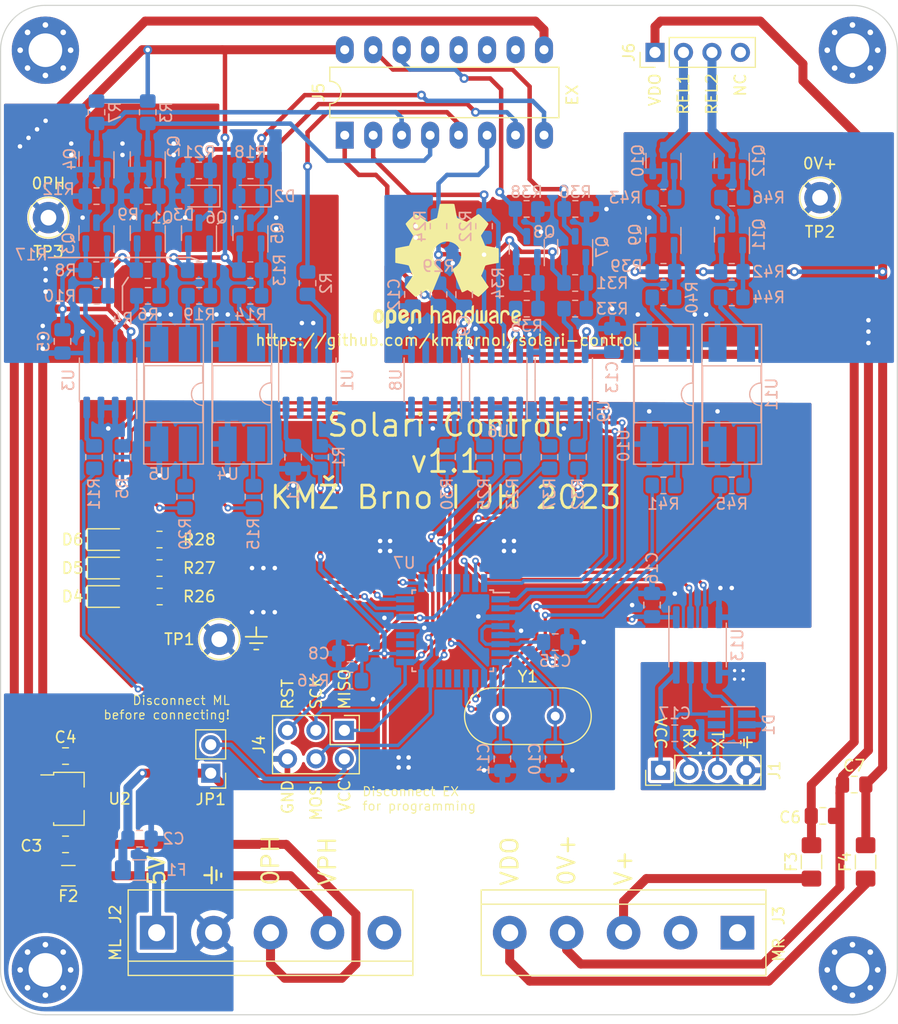
<source format=kicad_pcb>
(kicad_pcb (version 20211014) (generator pcbnew)
  (layers (0 "F.Cu" signal) (31 "B.Cu" signal) (34 "B.Paste" user) (35 "F.Paste" user) (36 "B.SilkS" user "B.Silkscreen") (37 "F.SilkS" user "F.Silkscreen") (38 "B.Mask" user) (39 "F.Mask" user) (44 "Edge.Cuts" user))
  (net 0 "")
  (net 1 "5VPH")
  (net 2 "0PH")
  (net 3 "V+")
  (net 4 "0V+")
  (net 5 "VDO")
  (net 6 "VCC")
  (net 7 "GND")
  (net 8 "VPH")
  (net 9 "TX")
  (net 10 "RX")
  (net 11 "Net-(D4-Pad2)")
  (net 12 "MISO")
  (net 13 "SCK")
  (net 14 "MOSI")
  (net 15 "RESET")
  (net 16 "/STROBE")
  (net 17 "/DATOT")
  (net 18 "/CLOCKS")
  (net 19 "/PARSER")
  (net 20 "/DATOS")
  (net 21 "/CLOCKT")
  (net 22 "/Z")
  (net 23 "/P")
  (net 24 "/IP")
  (net 25 "/ID")
  (net 26 "/REL1")
  (net 27 "/REL2")
  (net 28 "Net-(Q1-Pad1)")
  (net 29 "Net-(C10-Pad1)")
  (net 30 "Net-(Q3-Pad1)")
  (net 31 "Net-(C11-Pad1)")
  (net 34 "Net-(Q9-Pad1)")
  (net 35 "Net-(D5-Pad2)")
  (net 36 "LEDG")
  (net 37 "LEDY")
  (net 38 "Net-(D6-Pad2)")
  (net 39 "MPARSER")
  (net 40 "LEDR")
  (net 41 "MZ")
  (net 42 "MP")
  (net 43 "MREL1")
  (net 46 "Net-(R23-Pad1)")
  (net 48 "MREL2")
  (net 49 "Net-(J4-Pad2)")
  (net 50 "MSTROBE")
  (net 52 "MID")
  (net 55 "MIP")
  (net 56 "Net-(R35-Pad2)")
  (net 62 "Net-(Q1-Pad3)")
  (net 63 "Net-(Q3-Pad3)")
  (net 64 "Net-(Q5-Pad1)")
  (net 65 "Net-(Q6-Pad1)")
  (net 66 "Net-(Q7-Pad1)")
  (net 67 "Net-(Q11-Pad1)")
  (net 68 "Net-(Q11-Pad3)")
  (net 69 "Net-(R2-Pad1)")
  (net 70 "Net-(R5-Pad1)")
  (net 71 "Net-(Q8-Pad1)")
  (net 72 "Net-(Q10-Pad1)")
  (net 73 "Net-(R11-Pad1)")
  (net 74 "Net-(R14-Pad2)")
  (net 75 "Net-(R15-Pad1)")
  (net 76 "Net-(R19-Pad2)")
  (net 77 "Net-(R20-Pad1)")
  (net 78 "Net-(R25-Pad1)")
  (net 79 "Net-(R30-Pad1)")
  (net 80 "Net-(R32-Pad1)")
  (net 81 "Net-(R33-Pad2)")
  (net 82 "Net-(R37-Pad1)")
  (net 83 "Net-(R40-Pad2)")
  (net 84 "Net-(R41-Pad2)")
  (net 85 "Net-(R44-Pad2)")
  (net 86 "Net-(R45-Pad2)")
  (net 96 "Net-(R6-Pad2)")
  (net 97 "Net-(R10-Pad2)")
  (net 98 "/_VDO")
  (net 99 "/_VPH")
  (net 100 "/_V+")
  (net 102 "/VCCU")
  (net 103 "/GNDU")
  (net 104 "/RXU")
  (net 105 "/TXU")
  (net 106 "/5V")
  (net 107 "Net-(Q9-Pad3)")
  (net 108 "Net-(Q12-Pad1)")
  (footprint "Package_DIP:DIP-16_W7.62mm_LongPads" (layer "F.Cu") (at 170.703 51.577 90)
    (fp_text reference "J5")
    (fp_text value "DIL8")
  )
  (footprint "Package_TO_SOT_SMD:SOT-89-3_Handsoldering" (layer "F.Cu") (at 145.796 110.744)
    (fp_text reference "U2")
    (fp_text value "L78L05_SOT89")
  )
  (footprint "Symbol:OSHW-Logo2_14.6x12mm_SilkScreen" (layer "F.Cu") (at 179.832 63.246)
    (fp_text reference "REF**" hide)
    (fp_text value "OSHW-Logo2_14.6x12mm_SilkScreen" hide)
  )
  (footprint "Resistor_SMD:R_0805_2012Metric_Pad1.20x1.40mm_HandSolder" (layer "F.Cu") (at 154.178 90.17 180)
    (fp_text reference "R27")
    (fp_text value "1k")
  )
  (footprint "Fuse:Fuse_1206_3216Metric_Pad1.42x1.75mm_HandSolder" (layer "F.Cu") (at 146.05 117.602 180)
    (fp_text reference "F2")
    (fp_text value "200mA")
  )
  (footprint "Capacitor_SMD:C_0805_2012Metric_Pad1.18x1.45mm_HandSolder" (layer "F.Cu") (at 216.154 109.474)
    (fp_text reference "C7")
    (fp_text value "100n/50V")
  )
  (footprint "TestPoint:TestPoint_Loop_D3.50mm_Drill1.4mm_Beaded" (layer "F.Cu") (at 144.272 58.928)
    (fp_text reference "TP3")
    (fp_text value "TP")
  )
  (footprint "Resistor_SMD:R_0805_2012Metric_Pad1.20x1.40mm_HandSolder" (layer "F.Cu") (at 154.194 92.71 180)
    (fp_text reference "R26")
    (fp_text value "1k")
  )
  (footprint "Capacitor_SMD:C_0805_2012Metric_Pad1.18x1.45mm_HandSolder" (layer "F.Cu") (at 213.36 112.268)
    (fp_text reference "C6")
    (fp_text value "22u/25V")
  )
  (footprint "Fuse:Fuse_1206_3216Metric_Pad1.42x1.75mm_HandSolder" (layer "F.Cu") (at 212.344 116.3685 90)
    (fp_text reference "F3")
    (fp_text value "200mA")
  )
  (footprint "MountingHole:MountingHole_3mm_Pad_Via" (layer "F.Cu") (at 216 126)
    (fp_text reference "H4" hide)
    (fp_text value "MH")
  )
  (footprint "Fuse:Fuse_1206_3216Metric_Pad1.42x1.75mm_HandSolder" (layer "F.Cu") (at 217.17 116.3685 90)
    (fp_text reference "F4")
    (fp_text value "200mA")
  )
  (footprint "MountingHole:MountingHole_3mm_Pad_Via" (layer "F.Cu") (at 216 44)
    (fp_text reference "H2" hide)
    (fp_text value "MH")
  )
  (footprint "Capacitor_SMD:C_0805_2012Metric_Pad1.18x1.45mm_HandSolder" (layer "F.Cu") (at 145.796 106.934)
    (fp_text reference "C4")
    (fp_text value "10u")
  )
  (footprint "TestPoint:TestPoint_Loop_D3.50mm_Drill1.4mm_Beaded" (layer "F.Cu") (at 213.106 57.15)
    (fp_text reference "TP2")
    (fp_text value "TP")
  )
  (footprint "Capacitor_SMD:C_0805_2012Metric_Pad1.18x1.45mm_HandSolder" (layer "F.Cu") (at 145.796 114.808)
    (fp_text reference "C3")
    (fp_text value "22u/25V")
  )
  (footprint "TerminalBlock:TerminalBlock_bornier-5_P5.08mm" (layer "F.Cu") (at 153.924 122.682)
    (fp_text reference "J2")
    (fp_text value "A5081WV-5P")
  )
  (footprint "LED_SMD:LED_0805_2012Metric_Pad1.15x1.40mm_HandSolder" (layer "F.Cu") (at 149.606 92.71)
    (fp_text reference "D4")
    (fp_text value "GR")
  )
  (footprint "TerminalBlock:TerminalBlock_bornier-5_P5.08mm" (layer "F.Cu") (at 205.74 122.682 180)
    (fp_text reference "J3")
    (fp_text value "A5081WR-5P")
  )
  (footprint "Connector_PinHeader_2.54mm:PinHeader_2x03_P2.54mm_Vertical" (layer "F.Cu") (at 170.673 104.643 -90)
    (fp_text reference "J4")
    (fp_text value "AVR-ISP-6")
  )
  (footprint "Connector_PinHeader_2.54mm:PinHeader_1x04_P2.54mm_Vertical" (layer "F.Cu") (at 198.882 108.204 90)
    (fp_text reference "J1")
    (fp_text value "Conn_01x04")
  )
  (footprint "LED_SMD:LED_0805_2012Metric_Pad1.15x1.40mm_HandSolder" (layer "F.Cu") (at 149.606 90.17)
    (fp_text reference "D5")
    (fp_text value "YEL")
  )
  (footprint "Crystal:Crystal_HC49-U_Vertical" (layer "F.Cu") (at 184.604 103.378)
    (fp_text reference "Y1")
    (fp_text value "14.7456 MHz")
  )
  (footprint "MountingHole:MountingHole_3mm_Pad_Via" (layer "F.Cu") (at 144 44)
    (fp_text reference "H1" hide)
    (fp_text value "MH")
  )
  (footprint "TestPoint:TestPoint_Loop_D3.50mm_Drill1.4mm_Beaded" (layer "F.Cu") (at 159.512 96.52)
    (fp_text reference "TP1")
    (fp_text value "TP")
  )
  (footprint "MountingHole:MountingHole_3mm_Pad_Via" (layer "F.Cu") (at 144 126)
    (fp_text reference "H3" hide)
    (fp_text value "MH")
  )
  (footprint "Resistor_SMD:R_0805_2012Metric_Pad1.20x1.40mm_HandSolder" (layer "F.Cu") (at 154.178 87.63 180)
    (fp_text reference "R28")
    (fp_text value "1k")
  )
  (footprint "Connector_PinHeader_2.54mm:PinHeader_1x02_P2.54mm_Vertical" (layer "F.Cu") (at 158.75 108.463 180)
    (fp_text reference "JP1")
    (fp_text value "Jumper_2_Open")
  )
  (footprint "LED_SMD:LED_0805_2012Metric_Pad1.15x1.40mm_HandSolder" (layer "F.Cu") (at 149.606 87.63)
    (fp_text reference "D6")
    (fp_text value "RED")
  )
  (footprint "Connector_PinHeader_2.54mm:PinHeader_1x04_P2.54mm_Vertical" (layer "F.Cu") (at 198.384 44.196 90)
    (fp_text reference "J6")
    (fp_text value "Conn_01x04")
  )
  (footprint "Fuse:Fuse_1206_3216Metric_Pad1.42x1.75mm_HandSolder" (layer "B.Cu") (at 152.4 117.094 180)
    (fp_text reference "F1")
    (fp_text value "200mA")
  )
  (footprint "Capacitor_SMD:C_0805_2012Metric_Pad1.18x1.45mm_HandSolder" (layer "B.Cu") (at 152.4 114.3)
    (fp_text reference "C2")
    (fp_text value "22u")
  )
  (footprint "Resistor_SMD:R_0805_2012Metric_Pad1.20x1.40mm_HandSolder" (layer "B.Cu") (at 185.674 80.264 -90)
    (fp_text reference "R23")
    (fp_text value "470R")
  )
  (footprint "Resistor_SMD:R_0805_2012Metric_Pad1.20x1.40mm_HandSolder" (layer "B.Cu") (at 157.686 63.611)
    (fp_text reference "R17")
    (fp_text value "10k")
  )
  (footprint "Capacitor_SMD:C_0805_2012Metric_Pad1.18x1.45mm_HandSolder" (layer "B.Cu") (at 166.1 80.28 -90)
    (fp_text reference "C1")
    (fp_text value "100n")
  )
  (footprint "Package_TO_SOT_SMD:SOT-23" (layer "B.Cu") (at 205.232 53.848 90)
    (fp_text reference "Q12")
    (fp_text value "BC847")
  )
  (footprint "Capacitor_SMD:C_0805_2012Metric_Pad1.18x1.45mm_HandSolder" (layer "B.Cu") (at 176.784 65.77 -90)
    (fp_text reference "C12")
    (fp_text value "100n")
  )
  (footprint "Resistor_SMD:R_0805_2012Metric_Pad1.20x1.40mm_HandSolder" (layer "B.Cu") (at 191.516 80.264 -90)
    (fp_text reference "R32")
    (fp_text value "470R")
  )
  (footprint "Resistor_SMD:R_0805_2012Metric_Pad1.20x1.40mm_HandSolder" (layer "B.Cu") (at 148.542 63.611)
    (fp_text reference "R8")
    (fp_text value "10k")
  )
  (footprint "Resistor_SMD:R_0805_2012Metric_Pad1.20x1.40mm_HandSolder" (layer "B.Cu") (at 199.136 57.15 180)
    (fp_text reference "R43")
    (fp_text value "10k")
  )
  (footprint "Capacitor_SMD:C_0805_2012Metric_Pad1.18x1.45mm_HandSolder" (layer "B.Cu") (at 181.356 65.786 90)
    (fp_text reference "C9")
    (fp_text value "100n")
  )
  (footprint "Resistor_SMD:R_0805_2012Metric_Pad1.20x1.40mm_HandSolder" (layer "B.Cu") (at 150.876 80.28 -90)
    (fp_text reference "R5")
    (fp_text value "470R")
  )
  (footprint "Package_TO_SOT_SMD:SOT-23" (layer "B.Cu") (at 162.29 60.309 90)
    (fp_text reference "Q5")
    (fp_text value "BSS83")
  )
  (footprint "Resistor_SMD:R_0805_2012Metric_Pad1.20x1.40mm_HandSolder" (layer "B.Cu") (at 153.114 63.611)
    (fp_text reference "R4")
    (fp_text value "10k")
  )
  (footprint "Package_QFP:TQFP-32_7x7mm_P0.8mm" (layer "B.Cu") (at 180.34 95.758 180)
    (fp_text reference "U7")
    (fp_text value "ATmega328P-A")
  )
  (footprint "Package_DIP:DIP-4_W8.89mm_SMDSocket_LongPads" (layer "B.Cu") (at 161.528 74.66 90)
    (fp_text reference "U4")
    (fp_text value "PC817")
  )
  (footprint "Resistor_SMD:R_0805_2012Metric_Pad1.20x1.40mm_HandSolder" (layer "B.Cu") (at 148.336 80.28 -90)
    (fp_text reference "R11")
    (fp_text value "470R")
  )
  (footprint "Resistor_SMD:R_0805_2012Metric_Pad1.20x1.40mm_HandSolder" (layer "B.Cu") (at 183.134 80.264 -90)
    (fp_text reference "R25")
    (fp_text value "470R")
  )
  (footprint "Resistor_SMD:R_0805_2012Metric_Pad1.20x1.40mm_HandSolder" (layer "B.Cu") (at 191.278 58.15)
    (fp_text reference "R36")
    (fp_text value "10k")
  )
  (footprint "Resistor_SMD:R_0805_2012Metric_Pad1.20x1.40mm_HandSolder" (layer "B.Cu") (at 148.558 57.007)
    (fp_text reference "R12")
    (fp_text value "10k")
  )
  (footprint "Resistor_SMD:R_0805_2012Metric_Pad1.20x1.40mm_HandSolder" (layer "B.Cu") (at 153.13 49.53 90)
    (fp_text reference "R3")
    (fp_text value "10k")
  )
  (footprint "Resistor_SMD:R_0805_2012Metric_Pad1.20x1.40mm_HandSolder" (layer "B.Cu") (at 162.56 83.82 -90)
    (fp_text reference "R15")
    (fp_text value "470R")
  )
  (footprint "Package_TO_SOT_SMD:SOT-23" (layer "B.Cu") (at 191.262 61.5305 90)
    (fp_text reference "Q7")
    (fp_text value "AO3401A")
  )
  (footprint "Resistor_SMD:R_0805_2012Metric_Pad1.20x1.40mm_HandSolder" (layer "B.Cu") (at 157.702 54.721)
    (fp_text reference "R21")
    (fp_text value "10k")
  )
  (footprint "Package_SO:SOIC-8_3.9x4.9mm_P1.27mm" (layer "B.Cu") (at 184.404 73.39 90)
    (fp_text reference "U6")
    (fp_text value "VO0631T")
  )
  (footprint "Resistor_SMD:R_0805_2012Metric_Pad1.20x1.40mm_HandSolder" (layer "B.Cu") (at 162.274 63.611)
    (fp_text reference "R13")
    (fp_text value "10k")
  )
  (footprint "Resistor_SMD:R_0805_2012Metric_Pad1.20x1.40mm_HandSolder" (layer "B.Cu") (at 162.29 65.897 180)
    (fp_text reference "R14")
    (fp_text value "100R")
  )
  (footprint "Resistor_SMD:R_0805_2012Metric_Pad1.20x1.40mm_HandSolder" (layer "B.Cu") (at 199.136 63.754)
    (fp_text reference "R39")
    (fp_text value "10k")
  )
  (footprint "Package_TO_SOT_SMD:SOT-23" (layer "B.Cu") (at 205.248 60.452 90)
    (fp_text reference "Q11")
    (fp_text value "BC857")
  )
  (footprint "Package_TO_SOT_SMD:SOT-23" (layer "B.Cu") (at 148.558 53.705 90)
    (fp_text reference "Q4")
    (fp_text value "2N7002")
  )
  (footprint "Resistor_SMD:R_0805_2012Metric_Pad1.20x1.40mm_HandSolder" (layer "B.Cu") (at 153.13 57.007)
    (fp_text reference "R9")
    (fp_text value "10k")
  )
  (footprint "Capacitor_SMD:C_0805_2012Metric_Pad1.18x1.45mm_HandSolder" (layer "B.Cu") (at 184.768 107.188 -90)
    (fp_text reference "C11")
    (fp_text value "22p")
  )
  (footprint "Package_TO_SOT_SMD:SOT-23" (layer "B.Cu") (at 157.702 60.309 90)
    (fp_text reference "Q6")
    (fp_text value "BSS83")
  )
  (footprint "Resistor_SMD:R_0805_2012Metric_Pad1.20x1.40mm_HandSolder" (layer "B.Cu") (at 156.464 83.82 -90)
    (fp_text reference "R20")
    (fp_text value "470R")
  )
  (footprint "Resistor_SMD:R_0805_2012Metric_Pad1.20x1.40mm_HandSolder" (layer "B.Cu") (at 179.832 80.264 -90)
    (fp_text reference "R30")
    (fp_text value "470R")
  )
  (footprint "Resistor_SMD:R_0805_2012Metric_Pad1.20x1.40mm_HandSolder" (layer "B.Cu") (at 205.232 66.04 180)
    (fp_text reference "R44")
    (fp_text value "10k")
  )
  (footprint "Resistor_SMD:R_0805_2012Metric_Pad1.20x1.40mm_HandSolder" (layer "B.Cu") (at 199.136 82.804)
    (fp_text reference "R41")
    (fp_text value "470R")
  )
  (footprint "Resistor_SMD:R_0805_2012Metric_Pad1.20x1.40mm_HandSolder" (layer "B.Cu") (at 148.558 49.53 90)
    (fp_text reference "R7")
    (fp_text value "10k")
  )
  (footprint "Capacitor_SMD:C_0805_2012Metric_Pad1.18x1.45mm_HandSolder" (layer "B.Cu") (at 200.152 104.902)
    (fp_text reference "C17")
    (fp_text value "100n")
  )
  (footprint "Resistor_SMD:R_0805_2012Metric_Pad1.20x1.40mm_HandSolder" (layer "B.Cu") (at 179.07 59.69 -90)
    (fp_text reference "R24")
    (fp_text value "10k")
  )
  (footprint "Resistor_SMD:R_0805_2012Metric_Pad1.20x1.40mm_HandSolder" (layer "B.Cu") (at 157.718 65.897 180)
    (fp_text reference "R19")
    (fp_text value "100R")
  )
  (footprint "Resistor_SMD:R_0805_2012Metric_Pad1.20x1.40mm_HandSolder" (layer "B.Cu") (at 205.232 82.804)
    (fp_text reference "R45")
    (fp_text value "470R")
  )
  (footprint "Package_DIP:DIP-4_W8.89mm_SMDSocket_LongPads" (layer "B.Cu") (at 155.432 74.66 90)
    (fp_text reference "U5")
    (fp_text value "PC817")
  )
  (footprint "Resistor_SMD:R_0805_2012Metric_Pad1.20x1.40mm_HandSolder" (layer "B.Cu") (at 199.136 66.04 180)
    (fp_text reference "R40")
    (fp_text value "10k")
  )
  (footprint "Resistor_SMD:R_0805_2012Metric_Pad1.20x1.40mm_HandSolder" (layer "B.Cu") (at 186.944 64.754)
    (fp_text reference "R34")
    (fp_text value "10k")
  )
  (footprint "Diode_SMD:D_0805_2012Metric_Pad1.15x1.40mm_HandSolder" (layer "B.Cu") (at 157.702 57.007 180)
    (fp_text reference "D3")
    (fp_text value "1N4148")
  )
  (footprint "Package_TO_SOT_SMD:SOT-23" (layer "B.Cu") (at 199.136 60.452 90)
    (fp_text reference "Q9")
    (fp_text value "BC857")
  )
  (footprint "Capacitor_SMD:C_0805_2012Metric_Pad1.18x1.45mm_HandSolder" (layer "B.Cu") (at 145.526 69.961 -90)
    (fp_text reference "C5")
    (fp_text value "100n")
  )
  (footprint "Package_TO_SOT_SMD:SOT-23" (layer "B.Cu") (at 148.558 60.309 90)
    (fp_text reference "Q3")
    (fp_text value "AO3401A")
  )
  (footprint "Package_SO:SOIC-8_3.9x4.9mm_P1.27mm" (layer "B.Cu") (at 190.246 73.39 90)
    (fp_text reference "U9")
    (fp_text value "VO0631T")
  )
  (footprint "Package_SO:SOIC-8_3.9x4.9mm_P1.27mm" (layer "B.Cu") (at 178.562 73.39 90)
    (fp_text reference "U8")
    (fp_text value "VO0631T")
  )
  (footprint "Package_TO_SOT_SMD:SOT-23" (layer "B.Cu") (at 199.136 53.848 90)
    (fp_text reference "Q10")
    (fp_text value "BC847")
  )
  (footprint "Capacitor_SMD:C_0805_2012Metric_Pad1.18x1.45mm_HandSolder" (layer "B.Cu") (at 189.34 107.188 -90)
    (fp_text reference "C10")
    (fp_text value "22p")
  )
  (footprint "Resistor_SMD:R_0805_2012Metric_Pad1.20x1.40mm_HandSolder" (layer "B.Cu") (at 162.29 54.721)
    (fp_text reference "R18")
    (fp_text value "10k")
  )
  (footprint "Capacitor_SMD:C_0805_2012Metric_Pad1.18x1.45mm_HandSolder" (layer "B.Cu") (at 194.564 69.85 90)
    (fp_text reference "C13")
    (fp_text value "100n")
  )
  (footprint "Resistor_SMD:R_0805_2012Metric_Pad1.20x1.40mm_HandSolder" (layer "B.Cu") (at 205.232 63.754 180)
    (fp_text reference "R42")
    (fp_text value "10k")
  )
  (footprint "Resistor_SMD:R_0805_2012Metric_Pad1.20x1.40mm_HandSolder" (layer "B.Cu") (at 186.928 58.15)
    (fp_text reference "R38")
    (fp_text value "10k")
  )
  (footprint "Resistor_SMD:R_0805_2012Metric_Pad1.20x1.40mm_HandSolder" (layer "B.Cu") (at 188.976 80.28 -90)
    (fp_text reference "R37")
    (fp_text value "470R")
  )
  (footprint "Package_TO_SOT_SMD:SOT-23" (layer "B.Cu") (at 153.13 53.705 90)
    (fp_text reference "Q2")
    (fp_text value "2N7002")
  )
  (footprint "Resistor_SMD:R_0805_2012Metric_Pad1.20x1.40mm_HandSolder" (layer "B.Cu") (at 191.262 67.04 180)
    (fp_text reference "R33")
    (fp_text value "100R")
  )
  (footprint "Resistor_SMD:R_0805_2012Metric_Pad1.20x1.40mm_HandSolder" (layer "B.Cu") (at 168.513 80.28 -90)
    (fp_text reference "R1")
    (fp_text value "10k")
  )
  (footprint "Package_DIP:DIP-4_W8.89mm_SMDSocket_LongPads" (layer "B.Cu") (at 205.232 74.676 90)
    (fp_text reference "U11")
    (fp_text value "PC817")
  )
  (footprint "Capacitor_SMD:C_0805_2012Metric_Pad1.18x1.45mm_HandSolder" (layer "B.Cu") (at 171.196 97.79 180)
    (fp_text reference "C8")
    (fp_text value "100n")
  )
  (footprint "Resistor_SMD:R_0805_2012Metric_Pad1.20x1.40mm_HandSolder" (layer "B.Cu") (at 148.574 65.897 180)
    (fp_text reference "R10")
    (fp_text value "100R")
  )
  (footprint "Resistor_SMD:R_0805_2012Metric_Pad1.20x1.40mm_HandSolder" (layer "B.Cu") (at 186.944 67.04 180)
    (fp_text reference "R35")
    (fp_text value "100R")
  )
  (footprint "Resistor_SMD:R_0805_2012Metric_Pad1.20x1.40mm_HandSolder" (layer "B.Cu") (at 191.262 64.754 180)
    (fp_text reference "R31")
    (fp_text value "10k")
  )
  (footprint "Capacitor_SMD:C_0805_2012Metric_Pad1.18x1.45mm_HandSolder" (layer "B.Cu") (at 189.484 96.774)
    (fp_text reference "C15")
    (fp_text value "100n")
  )
  (footprint "Package_SO:SOIC-8_3.9x4.9mm_P1.27mm" (layer "B.Cu") (at 149.59 73.39 90)
    (fp_text reference "U3")
    (fp_text value "VO0631T")
  )
  (footprint "Package_SO:SOIC-8_3.9x4.9mm_P1.27mm" (layer "B.Cu") (at 202.184 97.028 -90)
    (fp_text reference "U13")
    (fp_text value "ADuM1201AR")
  )
  (footprint "Package_DIP:DIP-4_W8.89mm_SMDSocket_LongPads" (layer "B.Cu") (at 199.136 74.676 90)
    (fp_text reference "U10")
    (fp_text value "PC817")
  )
  (footprint "Resistor_SMD:R_0805_2012Metric_Pad1.20x1.40mm_HandSolder" (layer "B.Cu") (at 171.196 100.203 180)
    (fp_text reference "R16")
    (fp_text value "10k")
  )
  (footprint "Package_TO_SOT_SMD:SOT-23" (layer "B.Cu") (at 153.13 60.309 90)
    (fp_text reference "Q1")
    (fp_text value "AO3401A")
  )
  (footprint "Package_TO_SOT_SMD:SOT-23" (layer "B.Cu") (at 186.944 61.5305 90)
    (fp_text reference "Q8")
    (fp_text value "AO3401A")
  )
  (footprint "Resistor_SMD:R_0805_2012Metric_Pad1.20x1.40mm_HandSolder" (layer "B.Cu") (at 205.264 57.15)
    (fp_text reference "R46")
    (fp_text value "10k")
  )
  (footprint "Diode_SMD:D_0805_2012Metric_Pad1.15x1.40mm_HandSolder" (layer "B.Cu") (at 162.29 57.007 180)
    (fp_text reference "D2")
    (fp_text value "1N4148")
  )
  (footprint "Resistor_SMD:R_0805_2012Metric_Pad1.20x1.40mm_HandSolder" (layer "B.Cu") (at 153.146 65.897 180)
    (fp_text reference "R6")
    (fp_text value "100R")
  )
  (footprint "Resistor_SMD:R_0805_2012Metric_Pad1.20x1.40mm_HandSolder" (layer "B.Cu") (at 167.386 64.77 90)
    (fp_text reference "R2")
    (fp_text value "1k")
  )
  (footprint "Capacitor_SMD:C_0805_2012Metric_Pad1.18x1.45mm_HandSolder" (layer "B.Cu") (at 198.12 93.472 90)
    (fp_text reference "C16")
    (fp_text value "100n")
  )
  (footprint "Resistor_SMD:R_0805_2012Metric_Pad1.20x1.40mm_HandSolder" (layer "B.Cu") (at 183.134 59.69 -90)
    (fp_text reference "R22")
    (fp_text value "10k")
  )
  (footprint "Resistor_SMD:R_0805_2012Metric_Pad1.20x1.40mm_HandSolder" (layer "B.Cu") (at 179.07 65.77 90)
    (fp_text reference "R29")
    (fp_text value "10k")
  )
  (footprint "Package_SO:SOIC-8_3.9x4.9mm_P1.27mm" (layer "B.Cu") (at 167.37 73.39 -90)
    (fp_text reference "U1")
    (fp_text value "VO0631T")
  )
  (footprint "Package_TO_SOT_SMD:SOT-23-6_Handsoldering" (layer "B.Cu") (at 205.222 104.14 180)
    (fp_text reference "D1")
    (fp_text value "ESDA6V1-5SC6")
  )
  (gr_line (start 151.384 64.262) (end 150.876 65.024) (layer "B.SilkS") (width 0.15))
  (gr_line (start 156.972 62.484) (end 157.686 62.738) (layer "B.SilkS") (width 0.15))
  (gr_line (start 150.876 65.024) (end 150.876 67.183) (layer "B.SilkS") (width 0.15))
  (gr_line (start 144.272 62.484) (end 156.972 62.484) (layer "B.SilkS") (width 0.15))
  (gr_arc (start 140 44) (mid 141.171573 41.171573) (end 144 40) (layer "Edge.Cuts") (width 0.1))
  (gr_line (start 216 40) (end 144 40) (layer "Edge.Cuts") (width 0.1))
  (gr_arc (start 220 126) (mid 218.828427 128.828427) (end 216 130) (layer "Edge.Cuts") (width 0.1))
  (gr_arc (start 144 130) (mid 141.171573 128.828427) (end 140 126) (layer "Edge.Cuts") (width 0.1))
  (gr_line (start 144 130) (end 216 130) (layer "Edge.Cuts") (width 0.1))
  (gr_arc (start 216 40) (mid 218.828427 41.171573) (end 220 44) (layer "Edge.Cuts") (width 0.1))
  (gr_line (start 220 126) (end 220 44) (layer "Edge.Cuts") (width 0.1))
  (gr_line (start 140 44) (end 140 126) (layer "Edge.Cuts") (width 0.1))
  (gr_text "Solari Control\nv1.1\nKMŽ Brno I JH 2023" (at 179.705 80.645) (layer "F.SilkS") (effects (font (size 2 2) (thickness 0.25))))
  (gr_text "VCC" (at 170.688 108.966 90) (layer "F.SilkS") (effects (font (size 1 1)) (justify right)))
  (gr_text "5V" (at 153.924 118.618 90) (layer "F.SilkS") (effects (font (size 1.5 1.5) (thickness 0.2)) (justify left)))
  (gr_text "https://github.com/kmzbrnoI/solari-control" (at 179.832 69.85) (layer "F.SilkS") (effects (font (size 1 1))))
  (gr_text "VDO" (at 185.42 118.618 90) (layer "F.SilkS") (effects (font (size 1.5 1.5) (thickness 0.2)) (justify left)))
  (gr_text "⏚" (at 206.492 106.426 270) (layer "F.SilkS") (effects (font (size 1 1)) (justify right)))
  (gr_text "ML" (at 150.241 124.206 90) (layer "F.SilkS") (effects (font (size 1 1))))
  (gr_text "Disconnect ML\nbefore connecting!" (at 160.528 102.616) (layer "F.SilkS") (effects (font (size 0.8 0.8) (thickness 0.1)) (justify right)))
  (gr_text "⏚" (at 159.004 118.618 90) (layer "F.SilkS") (effects (font (size 1.5 1.5) (thickness 0.2)) (justify left)))
  (gr_text "REL2" (at 203.454 45.974 90) (layer "F.SilkS") (effects (font (size 1 1)) (justify right)))
  (gr_text "MISO" (at 170.688 102.87 90) (layer "F.SilkS") (effects (font (size 1 1)) (justify left)))
  (gr_text "SCK" (at 168.148 102.87 90) (layer "F.SilkS") (effects (font (size 1 1)) (justify left)))
  (gr_text "0PH" (at 144.272 55.88) (layer "F.SilkS") (effects (font (size 1 1))))
  (gr_text "V+" (at 195.58 118.618 90) (layer "F.SilkS") (effects (font (size 1.5 1.5) (thickness 0.2)) (justify left)))
  (gr_text "⏚" (at 162.814 96.52) (layer "F.SilkS") (effects (font (size 2 2))))
  (gr_text "0V+" (at 190.5 118.618 90) (layer "F.SilkS") (effects (font (size 1.5 1.5) (thickness 0.2)) (justify left)))
  (gr_text "VCC" (at 198.872 106.426 270) (layer "F.SilkS") (effects (font (size 1 1)) (justify right)))
  (gr_text "TX" (at 203.952 106.426 270) (layer "F.SilkS") (effects (font (size 1 1)) (justify right)))
  (gr_text "RST" (at 165.608 102.87 90) (layer "F.SilkS") (effects (font (size 1 1)) (justify left)))
  (gr_text "Disconnect EX\nfor programming" (at 172.212 110.744) (layer "F.SilkS") (effects (font (size 0.8 0.8) (thickness 0.1)) (justify left)))
  (gr_text "GND" (at 165.608 108.966 90) (layer "F.SilkS") (effects (font (size 1 1)) (justify right)))
  (gr_text "MOSI" (at 168.148 108.966 90) (layer "F.SilkS") (effects (font (size 1 1)) (justify right)))
  (gr_text "VPH" (at 169.164 118.618 90) (layer "F.SilkS") (effects (font (size 1.5 1.5) (thickness 0.2)) (justify left)))
  (gr_text "0PH" (at 164.084 118.618 90) (layer "F.SilkS") (effects (font (size 1.5 1.5) (thickness 0.2)) (justify left)))
  (gr_text "REL1" (at 200.914 45.974 90) (layer "F.SilkS") (effects (font (size 1 1)) (justify right)))
  (gr_text "EX" (at 191.008 48.006 90) (layer "F.SilkS") (effects (font (size 1 1))))
  (gr_text "NC" (at 205.994 45.974 90) (layer "F.SilkS") (effects (font (size 1 1)) (justify right)))
  (gr_text "MR" (at 209.423 124.206 90) (layer "F.SilkS") (effects (font (size 1 1))))
  (gr_text "RX" (at 201.412 106.426 270) (layer "F.SilkS") (effects (font (size 1 1)) (justify right)))
  (gr_text "VDO" (at 198.374 45.974 90) (layer "F.SilkS") (effects (font (size 1 1)) (justify right)))
  (gr_text "0V+" (at 213.106 54.102) (layer "F.SilkS") (effects (font (size 1 1))))
  (segment (start 151.638 69.088) (end 149.622 67.072) (width 0.4) (layer "F.Cu") (net 1))
  (segment (start 149.622 67.072) (end 149.622 63.738) (width 0.4) (layer "F.Cu") (net 1))
  (segment (start 149.622 67.072) (end 145.526 67.072) (width 0.4) (layer "F.Cu") (net 1))
  (segment (start 142.494 106.934) (end 142.494 108.092) (width 0.8) (layer "F.Cu") (net 1))
  (segment (start 142.494 102.362) (end 142.494 68.072) (width 0.8) (layer "F.Cu") (net 1))
  (segment (start 143.494 67.072) (end 145.526 67.072) (width 0.8) (layer "F.Cu") (net 1))
  (segment (start 142.494 108.092) (end 143.646 109.244) (width 0.8) (layer "F.Cu") (net 1))
  (segment (start 144.7585 106.934) (end 142.494 106.934) (width 0.8) (layer "F.Cu") (net 1))
  (segment (start 142.494 68.072) (end 143.494 67.072) (width 0.8) (layer "F.Cu") (net 1))
  (segment (start 149.622 63.738) (end 150.876 62.484) (width 0.4) (layer "F.Cu") (net 1))
  (segment (start 142.494 102.362) (end 142.494 106.934) (width 0.8) (layer "F.Cu") (net 1))
  (via (at 150.876 62.484) (size 0.8) (drill 0.4) (layers "F.Cu" "B.Cu") (net 1))
  (via (at 145.526 67.072) (size 0.8) (drill 0.4) (layers "F.Cu" "B.Cu") (net 1))
  (via (at 151.638 69.088) (size 0.8) (drill 0.4) (layers "F.Cu" "B.Cu") (net 1))
  (segment (start 147.608 63.545) (end 147.542 63.611) (width 0.4) (layer "B.Cu") (net 1))
  (segment (start 152.114 63.611) (end 152.003 63.611) (width 0.4) (layer "B.Cu") (net 1))
  (segment (start 145.526 67.072) (end 145.526 68.9235) (width 0.4) (layer "B.Cu") (net 1))
  (segment (start 151.495 70.915) (end 151.495 69.231) (width 0.4) (layer "B.Cu") (net 1))
  (segment (start 147.542 63.611) (end 146.193 63.611) (width 0.4) (layer "B.Cu") (net 1))
  (segment (start 152.003 63.611) (end 150.876 62.484) (width 0.4) (layer "B.Cu") (net 1))
  (segment (start 151.495 69.231) (end 151.638 69.088) (width 0.4) (layer "B.Cu") (net 1))
  (segment (start 145.526 64.278) (end 145.526 67.072) (width 0.4) (layer "B.Cu") (net 1))
  (segment (start 152.18 63.545) (end 152.114 63.611) (width 0.4) (layer "B.Cu") (net 1))
  (segment (start 147.608 61.2465) (end 147.608 63.545) (width 0.4) (layer "B.Cu") (net 1))
  (segment (start 146.193 63.611) (end 145.526 64.278) (width 0.4) (layer "B.Cu") (net 1))
  (segment (start 152.18 61.2465) (end 152.18 63.545) (width 0.4) (layer "B.Cu") (net 1))
  (segment (start 146.8335 114.808) (end 165.481 114.808) (width 0.8) (layer "F.Cu") (net 2))
  (segment (start 145.796 110.744) (end 146.8335 111.7815) (width 0.8) (layer "F.Cu") (net 2))
  (segment (start 188.483 43.957) (end 188.483 42.179) (width 0.8) (layer "F.Cu") (net 2))
  (segment (start 143.7335 110.744) (end 145.796 110.744) (width 0.8) (layer "F.Cu") (net 2))
  (segment (start 187.706 41.402) (end 152.908 41.402) (width 0.8) (layer "F.Cu") (net 2))
  (segment (start 146.8335 110.4685) (end 146.8335 106.934) (width 0.8) (layer "F.Cu") (net 2))
  (segment (start 146.8335 114.808) (end 146.8335 111.7815) (width 0.8) (layer "F.Cu") (net 2))
  (segment (start 171.704 125.476) (end 170.434 126.746) (width 0.8) (layer "F.Cu") (net 2))
  (segment (start 146.8335 105.4315) (end 146.8335 106.934) (width 0.8) (layer "F.Cu") (net 2))
  (segment (start 164.084 125.476) (end 164.084 122.682) (width 0.8) (layer "F.Cu") (net 2))
  (segment (start 143.256 51.054) (end 142.494 51.816) (width 0.8) (layer "F.Cu") (net 2))
  (segment (start 165.354 126.746) (end 164.084 125.476) (width 0.8) (layer "F.Cu") (net 2))
  (segment (start 165.481 114.808) (end 171.704 121.031) (width 0.8) (layer "F.Cu") (net 2))
  (segment (start 171.704 121.031) (end 171.704 125.476) (width 0.8) (layer "F.Cu") (net 2))
  (segment (start 188.483 42.179) (end 187.706 41.402) (width 0.8) (layer "F.Cu") (net 2))
  (segment (start 152.908 41.402) (end 143.256 51.054) (width 0.8) (layer "F.Cu") (net 2))
  (segment (start 143.7335 110.744) (end 146.558 110.744) (width 0.8) (layer "F.Cu") (net 2))
  (segment (start 170.434 126.746) (end 165.354 126.746) (width 0.8) (layer "F.Cu") (net 2))
  (segment (start 143.764 69.596) (end 143.764 68.58) (width 0.8) (layer "F.Cu") (net 2))
  (segment (start 143.764 70.612) (end 143.764 69.596) (width 0.8) (layer "F.Cu") (net 2))
  (segment (start 142.494 51.816) (end 141.732 52.578) (width 0.8) (layer "F.Cu") (net 2))
  (segment (start 143.764 70.866) (end 143.764 102.362) (width 0.8) (layer "F.Cu") (net 2))
  (segment (start 146.558 110.744) (end 146.8335 110.4685) (width 0.8) (layer "F.Cu") (net 2))
  (segment (start 143.764 102.362) (end 146.8335 105.4315) (width 0.8) (layer "F.Cu") (net 2))
  (via (at 146.304 53.34) (size 0.8) (drill 0.4) (layers "F.Cu" "B.Cu") (net 2))
  (via (at 144.018 63.5) (size 0.8) (drill 0.4) (layers "F.Cu" "B.Cu") (net 2))
  (via (at 155.448 52.324) (size 0.8) (drill 0.4) (layers "F.Cu" "B.Cu") (net 2))
  (via (at 144.018 50.292) (size 0.8) (drill 0.4) (layers "F.Cu" "B.Cu") (net 2))
  (via (at 153.162 67.564) (size 0.8) (drill 0.4) (layers "F.Cu" "B.Cu") (net 2))
  (via (at 150.876 52.324) (size 0.8) (drill 0.4) (layers "F.Cu" "B.Cu") (net 2))
  (via (at 143.256 51.054) (size 0.8) (drill 0.4) (layers "F.Cu" "B.Cu") (net 2))
  (via (at 147.32 69.088) (size 0.8) (drill 0.4) (layers "F.Cu" "B.Cu") (net 2))
  (via (at 142.494 51.816) (size 0.8) (drill 0.4) (layers "F.Cu" "B.Cu") (net 2))
  (via (at 156.464 58.928) (size 0.8) (drill 0.4) (layers "F.Cu" "B.Cu") (net 2))
  (via (at 166.878 68.326) (size 0.8) (drill 0.4) (layers "F.Cu" "B.Cu") (net 2))
  (via (at 143.764 70.612) (size 0.8) (drill 0.4) (layers "F.Cu" "B.Cu") (net 2))
  (via (at 143.764 68.58) (size 0.8) (drill 0.4) (layers "F.Cu" "B.Cu") (net 2))
  (via (at 160.274 67.564) (size 0.8) (drill 0.4) (layers "F.Cu" "B.Cu") (net 2))
  (via (at 159.258 67.564) (size 0.8) (drill 0.4) (layers "F.Cu" "B.Cu") (net 2))
  (via (at 146.304 52.324) (size 0.8) (drill 0.4) (layers "F.Cu" "B.Cu") (net 2))
  (via (at 155.448 53.34) (size 0.8) (drill 0.4) (layers "F.Cu" "B.Cu") (net 2))
  (via (at 147.32 58.928) (size 0.8) (drill 0.4) (layers "F.Cu" "B.Cu") (net 2))
  (via (at 161.036 58.928) (size 0.8) (drill 0.4) (layers "F.Cu" "B.Cu") (net 2))
  (via (at 143.764 69.596) (size 0.8) (drill 0.4) (layers "F.Cu" "B.Cu") (net 2))
  (via (at 151.892 58.928) (size 0.8) (drill 0.4) (layers "F.Cu" "B.Cu") (net 2))
  (via (at 144.018 65.532) (size 0.8) (drill 0.4) (layers "F.Cu" "B.Cu") (net 2))
  (via (at 164.592 58.928) (size 0.8) (drill 0.4) (layers "F.Cu" "B.Cu") (net 2))
  (via (at 154.178 67.564) (size 0.8) (drill 0.4) (layers "F.Cu" "B.Cu") (net 2))
  (via (at 144.018 64.516) (size 0.8) (drill 0.4) (layers "F.Cu" "B.Cu") (net 2))
  (via (at 141.732 52.578) (size 0.8) (drill 0.4) (layers "F.Cu" "B.Cu") (net 2))
  (via (at 164.592 59.944) (size 0.8) (drill 0.4) (layers "F.Cu" "B.Cu") (net 2))
  (via (at 167.894 68.326) (size 0.8) (drill 0.4) (layers "F.Cu" "B.Cu") (net 2))
  (via (at 155.194 67.564) (size 0.8) (drill 0.4) (layers "F.Cu" "B.Cu") (net 2))
  (via (at 150.876 53.34) (size 0.8) (drill 0.4) (layers "F.Cu" "B.Cu") (net 2))
  (segment (start 145.526 70.9985) (end 147.6015 70.9985) (width 0.4) (layer "B.Cu") (net 2))
  (segment (start 147.6015 70.9985) (end 147.685 70.915) (width 0.4) (layer "B.Cu") (net 2))
  (segment (start 179.07 62.23) (end 179.108 62.192) (width 0.4) (layer "F.Cu") (net 3))
  (segment (start 212.344 112.2895) (end 212.3225 112.268) (width 0.8) (layer "F.Cu") (net 3))
  (segment (start 212.344 114.881) (end 212.344 112.2895) (width 0.8) (layer "F.Cu") (net 3))
  (segment (start 185.42 60.96) (end 186.436 61.976) (width 0.4) (layer "F.Cu") (net 3))
  (segment (start 186.436 61.976) (end 189.23 61.976) (width 0.4) (layer "F.Cu") (net 3))
  (segment (start 181.356 70.358) (end 181.356 69.342) (width 0.4) (layer "F.Cu") (net 3))
  (segment (start 179.108 62.192) (end 184.188 62.192) (width 0.4) (layer "F.Cu") (net 3))
  (segment (start 182.118 71.12) (end 181.356 70.358) (width 0.4) (layer "F.Cu") (net 3))
  (segment (start 192.278 71.12) (end 192.278 69.088) (width 0.4) (layer "F.Cu") (net 3))
  (segment (start 215.646 71.12) (end 216.154 71.628) (width 0.8) (layer "F.Cu") (net 3))
  (segment (start 181.356 69.342) (end 181.356 68.326) (width 0.4) (layer "F.Cu") (net 3))
  (segment (start 216.154 105.664) (end 212.3225 109.4955) (width 0.8) (layer "F.Cu") (net 3))
  (segment (start 192.278 71.12) (end 215.646 71.12) (width 0.8) (layer "F.Cu") (net 3))
  (segment (start 212.3225 109.4955) (end 212.3225 112.268) (width 0.8) (layer "F.Cu") (net 3))
  (segment (start 185.928 71.12) (end 192.278 71.12) (width 0.4) (layer "F.Cu") (net 3))
  (segment (start 184.188 62.192) (end 185.42 60.96) (width 0.4) (layer "F.Cu") (net 3))
  (segment (start 185.928 71.12) (end 182.118 71.12) (width 0.4) (layer "F.Cu") (net 3))
  (segment (start 216.154 71.628) (end 216.154 105.664) (width 0.8) (layer "F.Cu") (net 3))
  (segment (start 185.928 69.342) (end 185.928 71.12) (width 0.4) (layer "F.Cu") (net 3))
  (via (at 189.23 61.976) (size 0.8) (drill 0.4) (layers "F.Cu" "B.Cu") (net 3))
  (via (at 181.356 68.326) (size 0.8) (drill 0.4) (layers "F.Cu" "B.Cu") (net 3))
  (via (at 183.134 62.23) (size 0.8) (drill 0.4) (layers "F.Cu" "B.Cu") (net 3))
  (via (at 185.42 60.96) (size 0.8) (drill 0.4) (layers "F.Cu" "B.Cu") (net 3))
  (via (at 185.928 69.342) (size 0.8) (drill 0.4) (layers "F.Cu" "B.Cu") (net 3))
  (via (at 192.278 69.088) (size 0.8) (drill 0.4) (layers "F.Cu" "B.Cu") (net 3))
  (via (at 179.07 62.23) (size 0.8) (drill 0.4) (layers "F.Cu" "B.Cu") (net 3))
  (segment (start 192.1785 70.8875) (end 192.151 70.915) (width 0.4) (layer "B.Cu") (net 3))
  (segment (start 180.467 69.215) (end 181.356 68.326) (width 0.4) (layer "B.Cu") (net 3))
  (segment (start 189.23 63.5) (end 189.23 61.976) (width 0.4) (layer "B.Cu") (net 3))
  (segment (start 185.994 61.534) (end 185.42 60.96) (width 0.4) (layer "B.Cu") (net 3))
  (segment (start 185.994 62.468) (end 185.994 61.534) (width 0.4) (layer "B.Cu") (net 3))
  (segment (start 176.784 64.7325) (end 179.0325 64.7325) (width 0.4) (layer "B.Cu") (net 3))
  (segment (start 179.07 62.23) (end 179.07 60.69) (width 0.4) (layer "B.Cu") (net 3))
  (segment (start 186.309 70.915) (end 186.309 69.723) (width 0.4) (layer "B.Cu") (net 3))
  (segment (start 181.1235 66.8235) (end 179.07 64.77) (width 0.4) (layer "B.Cu") (net 3))
  (segment (start 192.151 69.469) (end 192.151 69.215) (width 0.4) (layer "B.Cu") (net 3))
  (segment (start 190.262 64.532) (end 189.23 63.5) (width 0.4) (layer "B.Cu") (net 3))
  (segment (start 185.994 62.468) (end 185.994 64.704) (width 0.4) (layer "B.Cu") (net 3))
  (segment (start 192.151 70.915) (end 192.151 69.469) (width 0.4) (layer "B.Cu") (net 3))
  (segment (start 179.07 64.77) (end 179.07 62.23) (width 0.4) (layer "B.Cu") (net 3))
  (segment (start 186.309 69.723) (end 185.928 69.342) (width 0.4) (layer "B.Cu") (net 3))
  (segment (start 194.564 70.8875) (end 192.1785 70.8875) (width 0.4) (layer "B.Cu") (net 3))
  (segment (start 190.262 64.754) (end 190.262 64.532) (width 0.4) (layer "B.Cu") (net 3))
  (segment (start 181.356 68.326) (end 181.356 66.8235) (width 0.4) (layer "B.Cu") (net 3))
  (segment (start 185.994 64.704) (end 185.944 64.754) (width 0.4) (layer "B.Cu") (net 3))
  (segment (start 192.151 69.215) (end 192.278 69.088) (width 0.4) (layer "B.Cu") (net 3))
  (segment (start 180.467 70.915) (end 180.467 69.215) (width 0.4) (layer "B.Cu") (net 3))
  (segment (start 190.312 64.704) (end 190.262 64.754) (width 0.4) (layer "B.Cu") (net 3))
  (segment (start 183.134 60.69) (end 183.134 62.23) (width 0.4) (layer "B.Cu") (net 3))
  (segment (start 190.312 62.468) (end 190.312 64.704) (width 0.4) (layer "B.Cu") (net 3))
  (segment (start 179.0325 64.7325) (end 179.07 64.77) (width 0.4) (layer "B.Cu") (net 3))
  (segment (start 181.356 66.8235) (end 181.1235 66.8235) (width 0.4) (layer "B.Cu") (net 3))
  (segment (start 215.1165 109.474) (end 215.1165 108.7335) (width 0.8) (layer "F.Cu") (net 4))
  (segment (start 208.026 125.476) (end 214.884 118.618) (width 0.8) (layer "F.Cu") (net 4))
  (segment (start 215.1165 108.7335) (end 217.424 106.426) (width 0.8) (layer "F.Cu") (net 4))
  (segment (start 217.424 70.104) (end 217.424 69.088) (width 0.8) (layer "F.Cu") (net 4))
  (segment (start 217.424 106.426) (end 217.424 70.104) (width 0.8) (layer "F.Cu") (net 4))
  (segment (start 190.5 122.682) (end 190.5 124.206) (width 0.8) (layer "F.Cu") (net 4))
  (segment (start 191.77 125.476) (end 208.026 125.476) (width 0.8) (layer "F.Cu") (net 4))
  (segment (start 214.884 109.7065) (end 215.1165 109.474) (width 0.8) (layer "F.Cu") (net 4))
  (segment (start 214.884 118.618) (end 214.884 110.236) (width 0.8) (layer "F.Cu") (net 4))
  (segment (start 217.424 69.088) (end 217.424 68.072) (width 0.8) (layer "F.Cu") (net 4))
  (segment (start 214.884 110.236) (end 214.884 109.7065) (width 0.8) (layer "F.Cu") (net 4))
  (segment (start 190.5 124.206) (end 191.77 125.476) (width 0.8) (layer "F.Cu") (net 4))
  (via (at 188.214 60.198) (size 0.8) (drill 0.4) (layers "F.Cu" "B.Cu") (net 4))
  (via (at 182.372 68.834) (size 0.8) (drill 0.4) (layers "F.Cu" "B.Cu") (net 4))
  (via (at 177.038 60.706) (size 0.8) (drill 0.4) (layers "F.Cu" "B.Cu") (net 4))
  (via (at 201.93 67.564) (size 0.8) (drill 0.4) (layers "F.Cu" "B.Cu") (net 4))
  (via (at 217.424 68.072) (size 0.8) (drill 0.4) (layers "F.Cu" "B.Cu") (net 4))
  (via (at 194.564 67.056) (size 0.8) (drill 0.4) (layers "F.Cu" "B.Cu") (net 4))
  (via (at 196.85 67.564) (size 0.8) (drill 0.4) (layers "F.Cu" "B.Cu") (net 4))
  (via (at 180.34 62.992) (size 0.8) (drill 0.4) (layers "F.Cu" "B.Cu") (net 4))
  (via (at 202.946 67.564) (size 0.8) (drill 0.4) (layers "F.Cu" "B.Cu") (net 4))
  (via (at 187.198 69.342) (size 0.8) (drill 0.4) (layers "F.Cu" "B.Cu") (net 4))
  (via (at 176.53 68.834) (size 0.8) (drill 0.4) (layers "F.Cu" "B.Cu") (net 4))
  (via (at 194.056 58.166) (size 0.8) (drill 0.4) (layers "F.Cu" "B.Cu") (net 4))
  (via (at 203.962 58.928) (size 0.8) (drill 0.4) (layers "F.Cu" "B.Cu") (net 4))
  (via (at 197.866 58.928) (size 0.8) (drill 0.4) (layers "F.Cu" "B.Cu") (net 4))
  (via (at 217.424 70.104) (size 0.8) (drill 0.4) (layers "F.Cu" "B.Cu") (net 4))
  (via (at 217.424 69.088) (size 0.8) (drill 0.4) (layers "F.Cu" "B.Cu") (net 4))
  (via (at 177.038 59.69) (size 0.8) (drill 0.4) (layers "F.Cu" "B.Cu") (net 4))
  (segment (start 217.1915 109.474) (end 218.694 107.9715) (width 0.8) (layer "F.Cu") (net 5))
  (segment (start 211.582 46.736) (end 211.582 45.212) (width 0.8) (layer "F.Cu") (net 5))
  (segment (start 202.692 63.754) (end 210.82 63.754) (width 0.4) (layer "F.Cu") (net 5))
  (segment (start 211.582 45.212) (end 207.772 41.402) (width 0.8) (layer "F.Cu") (net 5))
  (segment (start 217.1915 114.8595) (end 217.17 114.881) (width 0.8) (layer "F.Cu") (net 5))
  (segment (start 202.692 63.754) (end 196.596 63.754) (width 0.4) (layer "F.Cu") (net 5))
  (segment (start 218.694 53.848) (end 211.582 46.736) (width 0.8) (layer "F.Cu") (net 5))
  (segment (start 198.384 41.9) (end 198.384 44.196) (width 0.8) (layer "F.Cu") (net 5))
  (segment (start 217.1915 109.474) (end 217.1915 114.8595) (width 0.8) (layer "F.Cu") (net 5))
  (segment (start 218.694 107.9715) (end 218.694 53.848) (width 0.8) (layer "F.Cu") (net 5))
  (segment (start 198.882 41.402) (end 198.384 41.9) (width 0.8) (layer "F.Cu") (net 5))
  (segment (start 207.772 41.402) (end 198.882 41.402) (width 0.8) (layer "F.Cu") (net 5))
  (via (at 210.82 63.754) (size 0.8) (drill 0.4) (layers "F.Cu" "B.Cu") (net 5))
  (via (at 218.694 63.754) (size 0.8) (drill 0.4) (layers "F.Cu" "B.Cu") (net 5))
  (via (at 202.692 63.754) (size 0.8) (drill 0.4) (layers "F.Cu" "B.Cu") (net 5))
  (via (at 196.596 63.754) (size 0.8) (drill 0.4) (layers "F.Cu" "B.Cu") (net 5))
  (segment (start 204.232 63.754) (end 202.692 63.754) (width 0.4) (layer "B.Cu") (net 5))
  (segment (start 198.186 63.704) (end 198.136 63.754) (width 0.4) (layer "B.Cu") (net 5))
  (segment (start 204.298 61.3895) (end 204.298 63.688) (width 0.4) (layer "B.Cu") (net 5))
  (segment (start 204.298 63.688) (end 204.232 63.754) (width 0.4) (layer "B.Cu") (net 5))
  (segment (start 198.136 63.754) (end 196.596 63.754) (width 0.4) (layer "B.Cu") (net 5))
  (segment (start 198.186 61.3895) (end 198.186 63.704) (width 0.4) (layer "B.Cu") (net 5))
  (segment (start 210.82 63.754) (end 218.694 63.754) (width 0.4) (layer "B.Cu") (net 5))
  (segment (start 152.654 108.458) (end 158.75 108.458) (width 0.8) (layer "F.Cu") (net 6))
  (segment (start 174.498 109.728) (end 193.548 109.728) (width 0.4) (layer "F.Cu") (net 6))
  (segment (start 159.766 109.474) (end 174.244 109.474) (width 0.8) (layer "F.Cu") (net 6))
  (segment (start 194.564 95.25) (end 195.072 94.742) (width 0.4) (layer "F.Cu") (net 6))
  (segment (start 189.23 98.552) (end 194.564 98.552) (width 0.3) (layer "F.Cu") (net 6))
  (segment (start 194.564 108.712) (end 194.564 98.552) (width 0.4) (layer "F.Cu") (net 6))
  (segment (start 174.244 97.79) (end 174.244 100.965) (width 0.4) (layer "F.Cu") (net 6))
  (segment (start 194.564 98.552) (end 194.564 95.25) (width 0.4) (layer "F.Cu") (net 6))
  (segment (start 193.548 109.728) (end 194.564 108.712) (width 0.4) (layer "F.Cu") (net 6))
  (segment (start 174.244 100.965) (end 174.244 109.474) (width 0.4) (layer "F.Cu") (net 6))
  (segment (start 168.529 89.154) (end 168.529 83.058) (width 0.4) (layer "F.Cu") (net 6))
  (segment (start 195.072 94.742) (end 196.342 94.742) (width 0.4) (layer "F.Cu") (net 6))
  (segment (start 174.244 109.474) (end 174.498 109.728) (width 0.4) (layer "F.Cu") (net 6))
  (segment (start 158.75 108.458) (end 159.766 109.474) (width 0.8) (layer "F.Cu") (net 6))
  (via (at 152.654 108.458) (size 0.8) (drill 0.4) (layers "F.Cu" "B.Cu") (net 6))
  (via (at 196.342 94.742) (size 0.6) (drill 0.3) (layers "F.Cu" "B.Cu") (net 6))
  (via (at 168.529 83.058) (size 0.6) (drill 0.3) (layers "F.Cu" "B.Cu") (net 6))
  (via (at 174.244 97.79) (size 0.6) (drill 0.3) (layers "F.Cu" "B.Cu") (net 6))
  (via (at 189.23 98.552) (size 0.6) (drill 0.3) (layers "F.Cu" "B.Cu") (net 6))
  (via (at 168.529 89.154) (size 0.6) (drill 0.3) (layers "F.Cu" "B.Cu") (net 6))
  (segment (start 150.9125 117.094) (end 150.9125 114.75) (width 0.8) (layer "B.Cu") (net 6))
  (segment (start 165.465 75.865) (end 165.465 78.6075) (width 0.4) (layer "B.Cu") (net 6))
  (segment (start 166.354 79.2425) (end 168.3915 81.28) (width 0.4) (layer "B.Cu") (net 6))
  (segment (start 150.9125 114.75) (end 151.3625 114.3) (width 0.8) (layer "B.Cu") (net 6))
  (segment (start 166.1 79.2425) (end 166.354 79.2425) (width 0.4) (layer "B.Cu") (net 6))
  (segment (start 174.244 97.79) (end 174.244 96.012) (width 0.4) (layer "B.Cu") (net 6))
  (segment (start 174.244 97.79) (end 176.058 97.79) (width 0.3) (layer "B.Cu") (net 6))
  (segment (start 176.058 97.79) (end 176.09 97.758) (width 0.3) (layer "B.Cu") (net 6))
  (segment (start 184.59 95.358) (end 183.28 95.358) (width 0.3) (layer "B.Cu") (net 6))
  (segment (start 172.2335 100.1655) (end 172.196 100.203) (width 0.3) (layer "B.Cu") (net 6))
  (segment (start 198.12 94.5095) (end 196.5745 94.5095) (width 0.4) (layer "B.Cu") (net 6))
  (segment (start 168.529 90.297) (end 168.529 89.154) (width 0.4) (layer "B.Cu") (net 6))
  (segment (start 174.244 96.012) (end 168.529 90.297) (width 0.4) (layer "B.Cu") (net 6))
  (segment (start 151.3625 109.7495) (end 152.654 108.458) (width 0.8) (layer "B.Cu") (net 6))
  (segment (start 182.95 95.688) (end 182.95 96.59) (width 0.3) (layer "B.Cu") (net 6))
  (segment (start 168.513 81.28) (end 168.513 83.042) (width 0.4) (layer "B.Cu") (net 6))
  (segment (start 151.3625 114.3) (end 151.3625 109.7495) (width 0.8) (layer "B.Cu") (net 6))
  (segment (start 182.95 96.59) (end 183.318 96.958) (width 0.3) (layer "B.Cu") (net 6))
  (segment (start 188.484 96.774) (end 186.436 96.774) (width 0.3) (layer "B.Cu") (net 6))
  (segment (start 174.244 97.79) (end 172.2335 97.79) (width 0.3) (layer "B.Cu") (net 6))
  (segment (start 165.465 78.6075) (end 166.1 79.2425) (width 0.4) (layer "B.Cu") (net 6))
  (segment (start 188.4465 96.774) (end 188.4465 97.7685) (width 0.3) (layer "B.Cu") (net 6))
  (segment (start 184.59 96.958) (end 186.252 96.958) (width 0.3) (layer "B.Cu") (net 6))
  (segment (start 200.279 94.553) (end 198.1635 94.553) (width 0.4) (layer "B.Cu") (net 6))
  (segment (start 198.1635 94.553) (end 198.12 94.5095) (width 0.4) (layer "B.Cu") (net 6))
  (segment (start 172.2335 97.79) (end 172.2335 100.1655) (width 0.3) (layer "B.Cu") (net 6))
  (segment (start 168.513 83.042) (end 168.529 83.058) (width 0.4) (layer "B.Cu") (net 6))
  (segment (start 188.4465 97.7685) (end 189.23 98.552) (width 0.3) (layer "B.Cu") (net 6))
  (segment (start 186.252 96.958) (end 186.436 96.774) (width 0.3) (layer "B.Cu") (net 6))
  (segment (start 168.3915 81.28) (end 168.513 81.28) (width 0.4) (layer "B.Cu") (net 6))
  (segment (start 196.5745 94.5095) (end 196.342 94.742) (width 0.4) (layer "B.Cu") (net 6))
  (segment (start 183.28 95.358) (end 182.95 95.688) (width 0.3) (layer "B.Cu") (net 6))
  (segment (start 183.318 96.958) (end 184.59 96.958) (width 0.3) (layer "B.Cu") (net 6))
  (via (at 164.465 90.17) (size 0.8) (drill 0.4) (layers "F.Cu" "B.Cu") (net 7))
  (via (at 182.626 94.488) (size 0.8) (drill 0.4) (layers "F.Cu" "B.Cu") (net 7))
  (via (at 163.449 94.107) (size 0.8) (drill 0.4) (layers "F.Cu" "B.Cu") (net 7))
  (via (at 183.134 108.204) (size 0.8) (drill 0.4) (layers "F.Cu" "B.Cu") (net 7))
  (via (at 184.912 88.646) (size 0.8) (drill 0.4) (layers "F.Cu" "B.Cu") (net 7))
  (via (at 174.752 88.646) (size 0.8) (drill 0.4) (layers "F.Cu" "B.Cu") (net 7))
  (via (at 186.436 95.758) (size 0.8) (drill 0.4) (layers "F.Cu" "B.Cu") (net 7))
  (via (at 173.863 88.646) (size 0.8) (drill 0.4) (layers "F.Cu" "B.Cu") (net 7))
  (via (at 177.8 95.504) (size 0.8) (drill 0.4) (layers "F.Cu" "B.Cu") (net 7))
  (via (at 185.801 88.646) (size 0.8) (drill 0.4) (layers "F.Cu" "B.Cu") (net 7))
  (via (at 162.433 94.107) (size 0.8) (drill 0.4) (layers "F.Cu" "B.Cu") (net 7))
  (via (at 166.116 82.8145) (size 0.8) (drill 0.4) (layers "F.Cu" "B.Cu") (net 7))
  (via (at 174.752 87.757) (size 0.8) (drill 0.4) (layers "F.Cu" "B.Cu") (net 7))
  (via (at 162.433 90.17) (size 0.8) (drill 0.4) (layers "F.Cu" "B.Cu") (net 7))
  (via (at 164.465 94.107) (size 0.8) (drill 0.4) (layers "F.Cu" "B.Cu") (net 7))
  (via (at 185.801 87.757) (size 0.8) (drill 0.4) (layers "F.Cu" "B.Cu") (net 7))
  (via (at 197.866 76.2) (size 0.8) (drill 0.4) (layers "F.Cu" "B.Cu") (net 7))
  (via (at 191.008 108.204) (size 0.8) (drill 0.4) (layers "F.Cu" "B.Cu") (net 7))
  (via (at 176.403 107.061) (size 0.8) (drill 0.4) (layers "F.Cu" "B.Cu") (net 7))
  (via (at 173.228 101.854) (size 0.8) (drill 0.4) (layers "F.Cu" "B.Cu") (net 7))
  (via (at 160.274 81.915) (size 0.8) (drill 0.4) (layers "F.Cu" "B.Cu") (net 7))
  (via (at 200.152 92.456) (size 0.8) (drill 0.4) (layers "F.Cu" "B.Cu") (net 7))
  (via (at 192.024 96.774) (size 0.8) (drill 0.4) (layers "F.Cu" "B.Cu") (net 7))
  (via (at 204.216 91.948) (size 0.8) (drill 0.4) (layers "F.Cu" "B.Cu") (net 7))
  (via (at 184.404 77.724) (size 0.8) (drill 0.4) (layers "F.Cu" "B.Cu") (net 7))
  (via (at 184.912 87.757) (size 0.8) (drill 0.4) (layers "F.Cu" "B.Cu") (net 7))
  (via (at 178.562 77.724) (size 0.8) (drill 0.4) (layers "F.Cu" "B.Cu") (net 7))
  (via (at 175.514 107.95) (size 0.8) (drill 0.4) (layers "F.Cu" "B.Cu") (net 7))
  (via (at 205.232 91.948) (size 0.8) (drill 0.4) (layers "F.Cu" "B.Cu") (net 7))
  (via (at 203.962 76.2) (size 0.8) (drill 0.4) (layers "F.Cu" "B.Cu") (net 7))
  (via (at 154.178 81.915) (size 0.8) (drill 0.4) (layers "F.Cu" "B.Cu") (net 7))
  (via (at 176.403 107.95) (size 0.8) (drill 0.4) (layers "F.Cu" "B.Cu") (net 7))
  (via (at 149.606 77.724) (size 0.8) (drill 0.4) (layers "F.Cu" "B.Cu") (net 7))
  (via (at 173.863 87.757) (size 0.8) (drill 0.4) (layers "F.Cu" "B.Cu") (net 7))
  (via (at 163.449 90.17) (size 0.8) (drill 0.4) (layers "F.Cu" "B.Cu") (net 7))
  (via (at 174.244 94.615) (size 0.8) (drill 0.4) (layers "F.Cu" "B.Cu") (net 7))
  (via (at 196.342 93.472) (size 0.8) (drill 0.4) (layers "F.Cu" "B.Cu") (net 7))
  (via (at 190.246 77.724) (size 0.8) (drill 0.4) (layers "F.Cu" "B.Cu") (net 7))
  (via (at 175.514 107.061) (size 0.8) (drill 0.4) (layers "F.Cu" "B.Cu") (net 7))
  (segment (start 159.781 43.957) (end 152.639 43.957) (width 0.8) (layer "F.Cu") (net 8))
  (segment (start 141.224 111.122) (end 142.346 112.244) (width 0.8) (layer "F.Cu") (net 8))
  (segment (start 170.703 43.957) (end 159.781 43.957) (width 0.8) (layer "F.Cu") (net 8))
  (segment (start 142.346 112.244) (end 143.646 112.244) (width 0.8) (layer "F.Cu") (net 8))
  (segment (start 160.02 44.196) (end 159.781 43.957) (width 0.4) (layer "F.Cu") (net 8))
  (segment (start 143.646 112.244) (end 143.646 113.6955) (width 0.8) (layer "F.Cu") (net 8))
  (segment (start 144.5625 117.602) (end 144.5625 115.004) (width 0.8) (layer "F.Cu") (net 8))
  (segment (start 141.224 55.372) (end 141.224 111.122) (width 0.8) (layer "F.Cu") (net 8))
  (segment (start 143.646 113.6955) (end 144.7585 114.808) (width 0.8) (layer "F.Cu") (net 8))
  (segment (start 152.639 43.957) (end 141.224 55.372) (width 0.8) (layer "F.Cu") (net 8))
  (segment (start 144.5625 115.004) (end 144.7585 114.808) (width 0.8) (layer "F.Cu") (net 8))
  (segment (start 155.448 62.484) (end 160.02 62.484) (width 0.4) (layer "F.Cu") (net 8))
  (segment (start 160.02 51.816) (end 160.02 44.196) (width 0.4) (layer "F.Cu") (net 8))
  (via (at 155.448 62.484) (size 0.8) (drill 0.4) (layers "F.Cu" "B.Cu") (net 8))
  (via (at 160.02 62.484) (size 0.8) (drill 0.4) (layers "F.Cu" "B.Cu") (net 8))
  (via (at 153.13 43.974) (size 0.8) (drill 0.4) (layers "F.Cu" "B.Cu") (net 8))
  (via (at 160.02 51.816) (size 0.8) (drill 0.4) (layers "F.Cu" "B.Cu") (net 8))
  (segment (start 153.13 48.53) (end 148.558 48.53) (width 0.4) (layer "B.Cu") (net 8))
  (segment (start 161.147 63.611) (end 160.02 62.484) (width 0.4) (layer "B.Cu") (net 8))
  (segment (start 161.34 63.545) (end 161.274 63.611) (width 0.4) (layer "B.Cu") (net 8))
  (segment (start 156.752 63.545) (end 156.686 63.611) (width 0.4) (layer "B.Cu") (net 8))
  (segment (start 153.13 48.53) (end 153.13 43.974) (width 0.4) (layer "B.Cu") (net 8))
  (segment (start 156.686 63.611) (end 156.575 63.611) (width 0.4) (layer "B.Cu") (net 8))
  (segment (start 156.575 63.611) (end 155.448 62.484) (width 0.4) (layer "B.Cu") (net 8))
  (segment (start 156.752 61.2465) (end 156.752 63.545) (width 0.4) (layer "B.Cu") (net 8))
  (segment (start 160.02 62.484) (end 160.02 51.816) (width 0.4) (layer "B.Cu") (net 8))
  (segment (start 161.34 61.2465) (end 161.34 63.545) (width 0.4) (layer "B.Cu") (net 8))
  (segment (start 161.274 63.611) (end 161.147 63.611) (width 0.4) (layer "B.Cu") (net 8))
  (segment (start 201.549 90.551) (end 202.692 91.694) (width 0.3) (layer "F.Cu") (net 9))
  (segment (start 183.388 90.551) (end 201.549 90.551) (width 0.3) (layer "F.Cu") (net 9))
  (segment (start 183.388 90.551) (end 182.372 89.535) (width 0.3) (layer "F.Cu") (net 9))
  (via (at 202.692 91.694) (size 0.6) (drill 0.3) (layers "F.Cu" "B.Cu") (net 9))
  (via (at 182.372 89.535) (size 0.6) (drill 0.3) (layers "F.Cu" "B.Cu") (net 9))
  (segment (start 202.819 94.553) (end 202.819 91.821) (width 0.3) (layer "B.Cu") (net 9))
  (segment (start 202.819 91.821) (end 202.692 91.694) (width 0.3) (layer "B.Cu") (net 9))
  (segment (start 182.372 89.535) (end 182.372 91.476) (width 0.3) (layer "B.Cu") (net 9))
  (segment (start 182.372 91.476) (end 182.34 91.508) (width 0.3) (layer "B.Cu") (net 9))
  (segment (start 183.007 91.186) (end 181.356 89.535) (width 0.3) (layer "F.Cu") (net 10))
  (segment (start 200.66 91.186) (end 201.422 91.948) (width 0.3) (layer "F.Cu") (net 10))
  (segment (start 183.007 91.186) (end 200.66 91.186) (width 0.3) (layer "F.Cu") (net 10))
  (via (at 201.422 91.948) (size 0.6) (drill 0.3) (layers "F.Cu" "B.Cu") (net 10))
  (via (at 181.356 89.535) (size 0.6) (drill 0.3) (layers "F.Cu" "B.Cu") (net 10))
  (segment (start 201.549 92.075) (end 201.422 91.948) (width 0.3) (layer "B.Cu") (net 10))
  (segment (start 181.54 89.719) (end 181.356 89.535) (width 0.3) (layer "B.Cu") (net 10))
  (segment (start 201.549 94.553) (end 201.549 92.075) (width 0.3) (layer "B.Cu") (net 10))
  (segment (start 181.54 91.508) (end 181.54 89.719) (width 0.3) (layer "B.Cu") (net 10))
  (segment (start 153.194 92.71) (end 150.631 92.71) (width 0.4) (layer "F.Cu") (net 11))
  (segment (start 170.053 83.058) (end 170.053 89.281) (width 0.3) (layer "F.Cu") (net 12))
  (segment (start 178.562 92.329) (end 178.562 96.012) (width 0.3) (layer "F.Cu") (net 12))
  (segment (start 170.942 90.17) (end 176.403 90.17) (width 0.3) (layer "F.Cu") (net 12))
  (segment (start 178.562 96.012) (end 178.195767 96.378233) (width 0.3) (layer "F.Cu") (net 12))
  (segment (start 178.195767 96.378233) (end 178.166233 96.378233) (width 0.3) (layer "F.Cu") (net 12))
  (segment (start 170.053 89.281) (end 170.942 90.17) (width 0.3) (layer "F.Cu") (net 12))
  (segment (start 176.403 90.17) (end 178.562 92.329) (width 0.3) (layer "F.Cu") (net 12))
  (via (at 178.166233 96.378233) (size 0.6) (drill 0.3) (layers "F.Cu" "B.Cu") (net 12))
  (via (at 170.053 83.058) (size 0.6) (drill 0.3) (layers "F.Cu" "B.Cu") (net 12))
  (segment (start 177.54 98.842239) (end 178.435 97.947239) (width 0.3) (layer "B.Cu") (net 12))
  (segment (start 168.545 79.248) (end 169.291 79.248) (width 0.3) (layer "B.Cu") (net 12))
  (segment (start 177.54 100.336) (end 177.54 100.008) (width 0.3) (layer "B.Cu") (net 12))
  (segment (start 168.005 78.772) (end 168.513 79.28) (width 0.4) (layer "B.Cu") (net 12))
  (segment (start 178.435 96.647) (end 178.166233 96.378233) (width 0.3) (layer "B.Cu") (net 12))
  (segment (start 169.291 79.248) (end 170.053 80.01) (width 0.3) (layer "B.Cu") (net 12))
  (segment (start 168.513 79.28) (end 168.545 79.248) (width 0.3) (layer "B.Cu") (net 12))
  (segment (start 173.233 104.643) (end 177.54 100.336) (width 0.3) (layer "B.Cu") (net 12))
  (segment (start 168.005 75.865) (end 168.005 78.772) (width 0.4) (layer "B.Cu") (net 12))
  (segment (start 177.54 100.008) (end 177.54 98.842239) (width 0.3) (layer "B.Cu") (net 12))
  (segment (start 178.435 97.947239) (end 178.435 96.647) (width 0.3) (layer "B.Cu") (net 12))
  (segment (start 170.053 80.01) (end 170.053 83.058) (width 0.3) (layer "B.Cu") (net 12))
  (segment (start 170.673 104.643) (end 173.233 104.643) (width 0.3) (layer "B.Cu") (net 12))
  (segment (start 179.07 96.393) (end 177.546 97.917) (width 0.3) (layer "F.Cu") (net 13))
  (segment (start 152.273 100.965) (end 165.227 100.965) (width 0.3) (layer "F.Cu") (net 13))
  (segment (start 179.07 88.549239) (end 179.07 96.393) (width 0.3) (layer "F.Cu") (net 13))
  (segment (start 168.133 103.871) (end 168.133 104.643) (width 0.3) (layer "F.Cu") (net 13))
  (segment (start 178.435 87.914239) (end 179.07 88.549239) (width 0.3) (layer "F.Cu") (net 13))
  (segment (start 165.227 100.965) (end 168.133 103.871) (width 0.3) (layer "F.Cu") (net 13))
  (segment (start 178.435 87.376) (end 178.435 87.914239) (width 0.3) (layer "F.Cu") (net 13))
  (via (at 178.435 87.376) (size 0.6) (drill 0.3) (layers "F.Cu" "B.Cu") (net 13))
  (via (at 152.273 100.965) (size 0.6) (drill 0.3) (layers "F.Cu" "B.Cu") (net 13))
  (via (at 177.546 97.917) (size 0.6) (drill 0.3) (layers "F.Cu" "B.Cu") (net 13))
  (segment (start 147.419528 96.111528) (end 152.273 100.965) (width 0.3) (layer "B.Cu") (net 13))
  (segment (start 148.336 81.28) (end 148.336 81.788) (width 0.3) (layer "B.Cu") (net 13))
  (segment (start 176.09 100.516) (end 173.736 102.87) (width 0.3) (layer "B.Cu") (net 13))
  (segment (start 147.419528 82.704472) (end 147.419528 96.111528) (width 0.3) (layer "B.Cu") (net 13))
  (segment (start 168.656 102.87) (end 168.133 103.393) (width 0.3) (layer "B.Cu") (net 13))
  (segment (start 183.134 81.264) (end 183.134 82.677) (width 0.3) (layer "B.Cu") (net 13))
  (segment (start 168.133 103.393) (end 168.133 104.643) (width 0.3) (layer "B.Cu") (net 13))
  (segment (start 183.134 82.677) (end 178.435 87.376) (width 0.3) (layer "B.Cu") (net 13))
  (segment (start 148.336 81.788) (end 147.419528 82.704472) (width 0.3) (layer "B.Cu") (net 13))
  (segment (start 173.736 102.87) (end 168.656 102.87) (width 0.3) (layer "B.Cu") (net 13))
  (segment (start 176.09 98.558) (end 176.905 98.558) (width 0.3) (layer "B.Cu") (net 13))
  (segment (start 176.09 98.558) (end 176.09 100.516) (width 0.3) (layer "B.Cu") (net 13))
  (segment (start 176.905 98.558) (end 177.546 97.917) (width 0.3) (layer "B.Cu") (net 13))
  (segment (start 179.578 88.138) (end 179.2605 87.8205) (width 0.3) (layer "F.Cu") (net 14))
  (segment (start 179.578 96.616761) (end 179.578 88.138) (width 0.3) (layer "F.Cu") (net 14))
  (segment (start 179.578 97.917) (end 179.563 97.902) (width 0.3) (layer "F.Cu") (net 14))
  (segment (start 179.563 97.902) (end 179.563 96.631761) (width 0.3) (layer "F.Cu") (net 14))
  (segment (start 179.563 96.631761) (end 179.578 96.616761) (width 0.3) (layer "F.Cu") (net 14))
  (via (at 179.2605 87.8205) (size 0.6) (drill 0.3) (layers "F.Cu" "B.Cu") (net 14))
  (via (at 179.578 97.917) (size 0.6) (drill 0.3) (layers "F.Cu" "B.Cu") (net 14))
  (segment (start 179.578 97.917) (end 178.34 99.155) (width 0.3) (layer "B.Cu") (net 14))
  (segment (start 175.449 105.983) (end 178.34 103.092) (width 0.3) (layer "B.Cu") (net 14))
  (segment (start 179.2605 87.8205) (end 185.674 81.407) (width 0.3) (layer "B.Cu") (net 14))
  (segment (start 169.333 105.983) (end 175.449 105.983) (width 0.3) (layer "B.Cu") (net 14))
  (segment (start 178.34 100.008) (end 178.34 103.092) (width 0.3) (layer "B.Cu") (net 14))
  (segment (start 178.34 99.155) (end 178.34 100.008) (width 0.3) (layer "B.Cu") (net 14))
  (segment (start 168.133 107.183) (end 169.333 105.983) (width 0.3) (layer "B.Cu") (net 14))
  (segment (start 185.674 81.407) (end 185.674 81.264) (width 0.3) (layer "B.Cu") (net 14))
  (segment (start 177.419 94.615) (end 175.621 94.615) (width 0.3) (layer "F.Cu") (net 15))
  (segment (start 175.621 94.615) (end 168.7095 101.5265) (width 0.3) (layer "F.Cu") (net 15))
  (via (at 177.419 94.615) (size 0.6) (drill 0.3) (layers "F.Cu" "B.Cu") (net 15))
  (via (at 168.7095 101.5265) (size 0.6) (drill 0.3) (layers "F.Cu" "B.Cu") (net 15))
  (segment (start 178.608 94.615) (end 180.74 92.483) (width 0.3) (layer "B.Cu") (net 15))
  (segment (start 177.419 94.615) (end 178.608 94.615) (width 0.3) (layer "B.Cu") (net 15))
  (segment (start 170.033 100.203) (end 170.196 100.203) (width 0.3) (layer "B.Cu") (net 15))
  (segment (start 165.593 104.643) (end 168.7095 101.5265) (width 0.3) (layer "B.Cu") (net 15))
  (segment (start 180.74 92.483) (end 180.74 91.508) (width 0.3) (layer "B.Cu") (net 15))
  (segment (start 168.7095 101.5265) (end 170.033 100.203) (width 0.3) (layer "B.Cu") (net 15))
  (segment (start 170.703 51.577) (end 170.703 53.863) (width 0.4) (layer "F.Cu") (net 16))
  (segment (start 174.498 56.134) (end 174.498 62.484) (width 0.4) (layer "F.Cu") (net 16))
  (segment (start 174.498 62.484) (end 177.8 65.786) (width 0.4) (layer "F.Cu") (net 16))
  (segment (start 171.958 55.118) (end 173.482 55.118) (width 0.4) (layer "F.Cu") (net 16))
  (segment (start 170.703 53.863) (end 171.958 55.118) (width 0.4) (layer "F.Cu") (net 16))
  (segment (start 173.482 55.118) (end 174.498 56.134) (width 0.4) (layer "F.Cu") (net 16))
  (via (at 177.8 65.786) (size 0.8) (drill 0.4) (layers "F.Cu" "B.Cu") (net 16))
  (segment (start 178.086 65.786) (end 179.07 66.77) (width 0.4) (layer "B.Cu") (net 16))
  (segment (start 179.197 66.897) (end 179.07 66.77) (width 0.4) (layer "B.Cu") (net 16))
  (segment (start 179.197 70.915) (end 179.197 66.897) (width 0.4) (layer "B.Cu") (net 16))
  (segment (start 177.8 65.786) (end 178.086 65.786) (width 0.4) (layer "B.Cu") (net 16))
  (segment (start 173.243 53.609) (end 176.53 56.896) (width 0.4) (layer "F.Cu") (net 17))
  (segment (start 176.53 56.896) (end 183.134 56.896) (width 0.4) (layer "F.Cu") (net 17))
  (segment (start 173.243 51.577) (end 173.243 53.609) (width 0.4) (layer "F.Cu") (net 17))
  (via (at 183.134 56.896) (size 0.8) (drill 0.4) (layers "F.Cu" "B.Cu") (net 17))
  (segment (start 183.658 58.69) (end 183.134 58.69) (width 0.4) (layer "B.Cu") (net 17))
  (segment (start 184.912 70.788) (end 184.912 68.58) (width 0.4) (layer "B.Cu") (net 17))
  (segment (start 184.404 59.436) (end 183.658 58.69) (width 0.4) (layer "B.Cu") (net 17))
  (segment (start 185.039 70.915) (end 184.912 70.788) (width 0.4) (layer "B.Cu") (net 17))
  (segment (start 184.404 68.072) (end 184.404 59.436) (width 0.4) (layer "B.Cu") (net 17))
  (segment (start 183.134 58.69) (end 183.134 56.896) (width 0.4) (layer "B.Cu") (net 17))
  (segment (start 184.912 68.58) (end 184.404 68.072) (width 0.4) (layer "B.Cu") (net 17))
  (segment (start 150.106 50.53) (end 148.558 50.53) (width 0.4) (layer "B.Cu") (net 18))
  (segment (start 175.783 50.038) (end 175.275 49.53) (width 0.4) (layer "B.Cu") (net 18))
  (segment (start 175.275 49.53) (end 151.106 49.53) (width 0.4) (layer "B.Cu") (net 18))
  (segment (start 151.106 49.53) (end 150.106 50.53) (width 0.4) (layer "B.Cu") (net 18))
  (segment (start 148.558 52.7675) (end 148.558 50.53) (width 0.4) (layer "B.Cu") (net 18))
  (segment (start 175.783 51.577) (end 175.783 50.038) (width 0.4) (layer "B.Cu") (net 18))
  (segment (start 178.323 53.325) (end 177.8 53.848) (width 0.4) (layer "B.Cu") (net 19))
  (segment (start 177.8 53.848) (end 169.164 53.848) (width 0.4) (layer "B.Cu") (net 19))
  (segment (start 153.13 52.7675) (end 153.13 50.53) (width 0.4) (layer "B.Cu") (net 19))
  (segment (start 165.862 50.546) (end 153.146 50.546) (width 0.4) (layer "B.Cu") (net 19))
  (segment (start 153.146 50.546) (end 153.13 50.53) (width 0.4) (layer "B.Cu") (net 19))
  (segment (start 169.164 53.848) (end 165.862 50.546) (width 0.4) (layer "B.Cu") (net 19))
  (segment (start 178.323 51.577) (end 178.323 53.325) (width 0.4) (layer "B.Cu") (net 19))
  (segment (start 180.863 50.561) (end 180.863 51.577) (width 0.4) (layer "F.Cu") (net 20))
  (segment (start 167.386 51.308) (end 169.164 49.53) (width 0.4) (layer "F.Cu") (net 20))
  (segment (start 179.832 49.53) (end 180.863 50.561) (width 0.4) (layer "F.Cu") (net 20))
  (segment (start 167.386 54.356) (end 167.386 51.308) (width 0.4) (layer "F.Cu") (net 20))
  (segment (start 169.164 49.53) (end 179.832 49.53) (width 0.4) (layer "F.Cu") (net 20))
  (via (at 167.386 54.356) (size 0.8) (drill 0.4) (layers "F.Cu" "B.Cu") (net 20))
  (segment (start 167.386 63.77) (end 167.386 54.356) (width 0.4) (layer "B.Cu") (net 20))
  (segment (start 183.403 54.341) (end 183.403 51.577) (width 0.4) (layer "B.Cu") (net 21))
  (segment (start 179.07 58.69) (end 179.07 55.88) (width 0.4) (layer "B.Cu") (net 21))
  (segment (start 183.769 70.915) (end 183.769 68.834) (width 0.4) (layer "B.Cu") (net 21))
  (segment (start 179.832 55.118) (end 182.626 55.118) (width 0.4) (layer "B.Cu") (net 21))
  (segment (start 181.356 61.976) (end 181.356 59.69) (width 0.4) (layer "B.Cu") (net 21))
  (segment (start 180.356 58.69) (end 179.07 58.69) (width 0.4) (layer "B.Cu") (net 21))
  (segment (start 183.134 68.199) (end 183.134 63.754) (width 0.4) (layer "B.Cu") (net 21))
  (segment (start 182.626 55.118) (end 183.403 54.341) (width 0.4) (layer "B.Cu") (net 21))
  (segment (start 179.07 55.88) (end 179.832 55.118) (width 0.4) (layer "B.Cu") (net 21))
  (segment (start 181.356 59.69) (end 180.356 58.69) (width 0.4) (layer "B.Cu") (net 21))
  (segment (start 183.769 68.834) (end 183.134 68.199) (width 0.4) (layer "B.Cu") (net 21))
  (segment (start 183.134 63.754) (end 181.356 61.976) (width 0.4) (layer "B.Cu") (net 21))
  (segment (start 182.372 49.53) (end 181.648 48.806) (width 0.4) (layer "F.Cu") (net 22))
  (segment (start 181.648 48.806) (end 168.364 48.806) (width 0.4) (layer "F.Cu") (net 22))
  (segment (start 158.75 52.832) (end 158.702 52.88) (width 0.4) (layer "F.Cu") (net 22))
  (segment (start 168.364 48.806) (end 164.338 52.832) (width 0.4) (layer "F.Cu") (net 22))
  (segment (start 164.338 52.832) (end 158.75 52.832) (width 0.4) (layer "F.Cu") (net 22))
  (via (at 182.372 49.53) (size 0.8) (drill 0.4) (layers "F.Cu" "B.Cu") (net 22))
  (via (at 158.702 52.88) (size 0.8) (drill 0.4) (layers "F.Cu" "B.Cu") (net 22))
  (segment (start 158.727 54.746) (end 158.702 54.721) (width 0.4) (layer "B.Cu") (net 22))
  (segment (start 185.943 50.307) (end 185.943 51.577) (width 0.4) (layer "B.Cu") (net 22))
  (segment (start 182.372 49.53) (end 185.166 49.53) (width 0.4) (layer "B.Cu") (net 22))
  (segment (start 158.727 57.007) (end 158.727 58.3465) (width 0.4) (layer "B.Cu") (net 22))
  (segment (start 158.727 57.007) (end 158.727 54.746) (width 0.4) (layer "B.Cu") (net 22))
  (segment (start 158.702 54.721) (end 158.702 52.88) (width 0.4) (layer "B.Cu") (net 22))
  (segment (start 185.166 49.53) (end 185.943 50.307) (width 0.4) (layer "B.Cu") (net 22))
  (segment (start 158.727 58.3465) (end 157.702 59.3715) (width 0.4) (layer "B.Cu") (net 22))
  (segment (start 177.546 48.006) (end 167.132 48.006) (width 0.4) (layer "F.Cu") (net 23))
  (segment (start 167.132 48.006) (end 163.29 51.848) (width 0.4) (layer "F.Cu") (net 23))
  (via (at 177.546 48.006) (size 0.8) (drill 0.4) (layers "F.Cu" "B.Cu") (net 23))
  (via (at 163.29 51.848) (size 0.8) (drill 0.4) (layers "F.Cu" "B.Cu") (net 23))
  (segment (start 188.483 49.545) (end 188.483 51.577) (width 0.4) (layer "B.Cu") (net 23))
  (segment (start 163.315 54.746) (end 163.29 54.721) (width 0.4) (layer "B.Cu") (net 23))
  (segment (start 177.546 48.006) (end 178.054 48.514) (width 0.4) (layer "B.Cu") (net 23))
  (segment (start 163.315 57.007) (end 163.315 54.746) (width 0.4) (layer "B.Cu") (net 23))
  (segment (start 163.29 54.721) (end 163.29 51.848) (width 0.4) (layer "B.Cu") (net 23))
  (segment (start 163.315 57.007) (end 163.315 58.3465) (width 0.4) (layer "B.Cu") (net 23))
  (segment (start 163.315 58.3465) (end 162.29 59.3715) (width 0.4) (layer "B.Cu") (net 23))
  (segment (start 187.452 48.514) (end 188.483 49.545) (width 0.4) (layer "B.Cu") (net 23))
  (segment (start 178.054 48.514) (end 187.452 48.514) (width 0.4) (layer "B.Cu") (net 23))
  (segment (start 181.356 46.5195) (end 183.6795 46.5195) (width 0.4) (layer "F.Cu") (net 24))
  (segment (start 184.658 47.498) (end 184.658 56.515) (width 0.4) (layer "F.Cu") (net 24))
  (segment (start 183.6795 46.5195) (end 184.658 47.498) (width 0.4) (layer "F.Cu") (net 24))
  (segment (start 184.658 56.515) (end 184.531 56.642) (width 0.4) (layer "F.Cu") (net 24))
  (via (at 184.531 56.642) (size 0.8) (drill 0.4) (layers "F.Cu" "B.Cu") (net 24))
  (via (at 181.356 46.5195) (size 0.8) (drill 0.4) (layers "F.Cu" "B.Cu") (net 24))
  (segment (start 176.53 45.72) (end 175.783 44.973) (width 0.4) (layer "B.Cu") (net 24))
  (segment (start 185.928 59.577) (end 186.944 60.593) (width 0.4) (layer "B.Cu") (net 24))
  (segment (start 184.531 56.753) (end 185.928 58.15) (width 0.4) (layer "B.Cu") (net 24))
  (segment (start 175.783 44.973) (end 175.783 43.957) (width 0.4) (layer "B.Cu") (net 24))
  (segment (start 180.5565 45.72) (end 176.53 45.72) (width 0.4) (layer "B.Cu") (net 24))
  (segment (start 184.531 56.642) (end 184.531 56.753) (width 0.4) (layer "B.Cu") (net 24))
  (segment (start 185.928 58.15) (end 185.928 59.577) (width 0.4) (layer "B.Cu") (net 24))
  (segment (start 181.356 46.5195) (end 180.5565 45.72) (width 0.4) (layer "B.Cu") (net 24))
  (segment (start 173.243 43.957) (end 175.006 45.72) (width 0.4) (layer "F.Cu") (net 25))
  (segment (start 185.674 45.72) (end 187.198 47.244) (width 0.4) (layer "F.Cu") (net 25))
  (segment (start 175.006 45.72) (end 185.674 45.72) (width 0.4) (layer "F.Cu") (net 25))
  (segment (start 188.087 56.388) (end 190.246 56.388) (width 0.4) (layer "F.Cu") (net 25))
  (segment (start 187.198 47.244) (end 187.198 55.499) (width 0.4) (layer "F.Cu") (net 25))
  (segment (start 187.198 55.499) (end 188.087 56.388) (width 0.4) (layer "F.Cu") (net 25))
  (via (at 190.246 56.388) (size 0.8) (drill 0.4) (layers "F.Cu" "B.Cu") (net 25))
  (segment (start 190.246 58.118) (end 190.278 58.15) (width 0.4) (layer "B.Cu") (net 25))
  (segment (start 190.278 59.609) (end 191.262 60.593) (width 0.4) (layer "B.Cu") (net 25))
  (segment (start 190.246 56.388) (end 190.246 58.118) (width 0.4) (layer "B.Cu") (net 25))
  (segment (start 190.278 58.15) (end 190.278 59.609) (width 0.4) (layer "B.Cu") (net 25))
  (segment (start 200.924 51.1225) (end 199.136 52.9105) (width 0.8) (layer "B.Cu") (net 26))
  (segment (start 200.924 44.196) (end 200.924 51.1225) (width 0.8) (layer "B.Cu") (net 26))
  (segment (start 203.464 44.196) (end 203.464 51.1425) (width 0.8) (layer "B.Cu") (net 27))
  (segment (start 203.464 51.1425) (end 205.232 52.9105) (width 0.8) (layer "B.Cu") (net 27))
  (segment (start 154.08 63.577) (end 154.114 63.611) (width 0.4) (layer "B.Cu") (net 28))
  (segment (start 154.146 63.643) (end 154.114 63.611) (width 0.4) (layer "B.Cu") (net 28))
  (segment (start 154.146 65.897) (end 154.146 63.643) (width 0.4) (layer "B.Cu") (net 28))
  (segment (start 154.08 61.2465) (end 154.08 63.577) (width 0.4) (layer "B.Cu") (net 28))
  (segment (start 189.484 106.0065) (end 189.34 106.1505) (width 0.3) (layer "B.Cu") (net 29))
  (segment (start 189.484 103.378) (end 189.484 106.0065) (width 0.3) (layer "B.Cu") (net 29))
  (segment (start 189.484 101.092) (end 189.484 103.378) (width 0.3) (layer "B.Cu") (net 29))
  (segment (start 186.15 97.758) (end 189.484 101.092) (width 0.3) (layer "B.Cu") (net 29))
  (segment (start 186.15 97.758) (end 184.59 97.758) (width 0.3) (layer "B.Cu") (net 29))
  (segment (start 149.574 65.897) (end 149.574 63.643) (width 0.4) (layer "B.Cu") (net 30))
  (segment (start 149.574 63.643) (end 149.542 63.611) (width 0.4) (layer "B.Cu") (net 30))
  (segment (start 149.508 63.577) (end 149.542 63.611) (width 0.4) (layer "B.Cu") (net 30))
  (segment (start 149.508 61.2465) (end 149.508 63.577) (width 0.4) (layer "B.Cu") (net 30))
  (segment (start 184.604 103.378) (end 184.604 98.572) (width 0.3) (layer "B.Cu") (net 31))
  (segment (start 184.604 98.572) (end 184.59 98.558) (width 0.3) (layer "B.Cu") (net 31))
  (segment (start 184.604 103.378) (end 184.604 105.9865) (width 0.3) (layer "B.Cu") (net 31))
  (segment (start 184.604 105.9865) (end 184.768 106.1505) (width 0.3) (layer "B.Cu") (net 31))
  (segment (start 200.136 63.754) (end 200.136 66.04) (width 0.4) (layer "B.Cu") (net 34))
  (segment (start 200.086 61.3895) (end 200.086 63.704) (width 0.4) (layer "B.Cu") (net 34))
  (segment (start 200.086 63.704) (end 200.136 63.754) (width 0.4) (layer "B.Cu") (net 34))
  (segment (start 150.631 90.17) (end 153.178 90.17) (width 0.4) (layer "F.Cu") (net 35))
  (segment (start 172.466 92.71) (end 155.194 92.71) (width 0.3) (layer "F.Cu") (net 36))
  (via (at 172.466 92.71) (size 0.6) (drill 0.3) (layers "F.Cu" "B.Cu") (net 36))
  (segment (start 173.641 93.758) (end 173.514 93.758) (width 0.3) (layer "B.Cu") (net 36))
  (segment (start 173.514 93.758) (end 172.466 92.71) (width 0.3) (layer "B.Cu") (net 36))
  (segment (start 176.09 93.758) (end 173.641 93.758) (width 0.3) (layer "B.Cu") (net 36))
  (segment (start 173.086 92.06) (end 173.609 92.583) (width 0.3) (layer "F.Cu") (net 37))
  (segment (start 155.178 90.17) (end 156.083 90.17) (width 0.3) (layer "F.Cu") (net 37))
  (segment (start 157.988 92.075) (end 172.181761 92.075) (width 0.3) (layer "F.Cu") (net 37))
  (segment (start 172.181761 92.075) (end 172.196761 92.06) (width 0.3) (layer "F.Cu") (net 37))
  (segment (start 156.083 90.17) (end 157.988 92.075) (width 0.3) (layer "F.Cu") (net 37))
  (segment (start 172.196761 92.06) (end 173.086 92.06) (width 0.3) (layer "F.Cu") (net 37))
  (via (at 173.609 92.583) (size 0.6) (drill 0.3) (layers "F.Cu" "B.Cu") (net 37))
  (segment (start 176.09 92.958) (end 173.984 92.958) (width 0.3) (layer "B.Cu") (net 37))
  (segment (start 173.984 92.958) (end 173.609 92.583) (width 0.3) (layer "B.Cu") (net 37))
  (segment (start 153.178 87.63) (end 150.631 87.63) (width 0.4) (layer "F.Cu") (net 38))
  (segment (start 153.162 75.438) (end 150.876 77.724) (width 0.3) (layer "F.Cu") (net 39))
  (segment (start 150.876 77.724) (end 150.876 82.677) (width 0.3) (layer "F.Cu") (net 39))
  (segment (start 193.294 75.438) (end 153.162 75.438) (width 0.3) (layer "F.Cu") (net 39))
  (segment (start 194.056 76.2) (end 193.294 75.438) (width 0.3) (layer "F.Cu") (net 39))
  (via (at 150.876 82.677) (size 0.6) (drill 0.3) (layers "F.Cu" "B.Cu") (net 39))
  (via (at 194.056 76.2) (size 0.6) (drill 0.3) (layers "F.Cu" "B.Cu") (net 39))
  (segment (start 194.056 89.027) (end 194.056 76.2) (width 0.3) (layer "B.Cu") (net 39))
  (segment (start 186.495 91.508) (end 186.69 91.313) (width 0.3) (layer "B.Cu") (net 39))
  (segment (start 183.14 91.508) (end 186.495 91.508) (width 0.3) (layer "B.Cu") (net 39))
  (segment (start 150.876 81.28) (end 150.876 82.677) (width 0.3) (layer "B.Cu") (net 39))
  (segment (start 186.69 91.313) (end 191.77 91.313) (width 0.3) (layer "B.Cu") (net 39))
  (segment (start 191.77 91.313) (end 194.056 89.027) (width 0.3) (layer "B.Cu") (net 39))
  (segment (start 158.623 91.313) (end 158.75 91.44) (width 0.3) (layer "F.Cu") (net 40))
  (segment (start 155.178 87.63) (end 155.178 87.868) (width 0.3) (layer "F.Cu") (net 40))
  (segment (start 158.75 91.44) (end 175.895 91.44) (width 0.3) (layer "F.Cu") (net 40))
  (segment (start 155.178 87.868) (end 158.623 91.313) (width 0.3) (layer "F.Cu") (net 40))
  (via (at 175.895 91.44) (size 0.6) (drill 0.3) (layers "F.Cu" "B.Cu") (net 40))
  (segment (start 177.54 91.508) (end 175.963 91.508) (width 0.3) (layer "B.Cu") (net 40))
  (segment (start 175.963 91.508) (end 175.895 91.44) (width 0.3) (layer "B.Cu") (net 40))
  (segment (start 160.29 84.82) (end 158.369 82.899) (width 0.3) (layer "F.Cu") (net 41))
  (segment (start 159.004 76.708) (end 192.532 76.708) (width 0.3) (layer "F.Cu") (net 41))
  (segment (start 192.532 76.708) (end 193.802 77.978) (width 0.3) (layer "F.Cu") (net 41))
  (segment (start 158.369 77.343) (end 159.004 76.708) (width 0.3) (layer "F.Cu") (net 41))
  (segment (start 193.802 77.978) (end 194.8035 77.978) (width 0.3) (layer "F.Cu") (net 41))
  (segment (start 158.369 82.899) (end 158.369 77.343) (width 0.3) (layer "F.Cu") (net 41))
  (via (at 160.29 84.82) (size 0.6) (drill 0.3) (layers "F.Cu" "B.Cu") (net 41))
  (via (at 194.8035 77.978) (size 0.6) (drill 0.3) (layers "F.Cu" "B.Cu") (net 41))
  (segment (start 186.061 92.958) (end 186.944 92.075) (width 0.3) (layer "B.Cu") (net 41))
  (segment (start 192.024 92.075) (end 194.818 89.281) (width 0.3) (layer "B.Cu") (net 41))
  (segment (start 186.944 92.075) (end 192.024 92.075) (width 0.3) (layer "B.Cu") (net 41))
  (segment (start 162.56 84.82) (end 160.29 84.82) (width 0.3) (layer "B.Cu") (net 41))
  (segment (start 184.59 92.958) (end 186.061 92.958) (width 0.3) (layer "B.Cu") (net 41))
  (segment (start 194.818 89.281) (end 194.818 78.105) (width 0.3) (layer "B.Cu") (net 41))
  (segment (start 154.194 84.82) (end 151.638 82.264) (width 0.3) (layer "F.Cu") (net 42))
  (segment (start 192.786 76.073) (end 193.929 77.216) (width 0.3) (layer "F.Cu") (net 42))
  (segment (start 151.638 82.264) (end 151.638 77.978) (width 0.3) (layer "F.Cu") (net 42))
  (segment (start 193.929 77.216) (end 195.453 77.216) (width 0.3) (layer "F.Cu") (net 42))
  (segment (start 153.543 76.073) (end 192.786 76.073) (width 0.3) (layer "F.Cu") (net 42))
  (segment (start 151.638 77.978) (end 153.543 76.073) (width 0.3) (layer "F.Cu") (net 42))
  (via (at 154.194 84.82) (size 0.6) (drill 0.3) (layers "F.Cu" "B.Cu") (net 42))
  (via (at 195.453 77.216) (size 0.6) (drill 0.3) (layers "F.Cu" "B.Cu") (net 42))
  (segment (start 195.453 89.535) (end 195.453 77.216) (width 0.3) (layer "B.Cu") (net 42))
  (segment (start 187.325 92.71) (end 192.278 92.71) (width 0.3) (layer "B.Cu") (net 42))
  (segment (start 192.278 92.71) (end 195.453 89.535) (width 0.3) (layer "B.Cu") (net 42))
  (segment (start 156.464 84.82) (end 154.194 84.82) (width 0.3) (layer "B.Cu") (net 42))
  (segment (start 184.59 93.758) (end 186.277 93.758) (width 0.3) (layer "B.Cu") (net 42))
  (segment (start 186.277 93.758) (end 187.325 92.71) (width 0.3) (layer "B.Cu") (net 42))
  (segment (start 187.833 96.393) (end 182.372 101.854) (width 0.3) (layer "F.Cu") (net 43))
  (segment (start 187.833 93.599) (end 187.833 96.393) (width 0.3) (layer "F.Cu") (net 43))
  (via (at 182.372 101.854) (size 0.6) (drill 0.3) (layers "F.Cu" "B.Cu") (net 43))
  (via (at 187.833 93.599) (size 0.6) (drill 0.3) (layers "F.Cu" "B.Cu") (net 43))
  (segment (start 182.34 101.822) (end 182.372 101.854) (width 0.3) (layer "B.Cu") (net 43))
  (segment (start 193.294 93.599) (end 187.833 93.599) (width 0.3) (layer "B.Cu") (net 43))
  (segment (start 198.136 88.757) (end 193.294 93.599) (width 0.3) (layer "B.Cu") (net 43))
  (segment (start 182.34 100.008) (end 182.34 101.822) (width 0.3) (layer "B.Cu") (net 43))
  (segment (start 198.136 82.804) (end 198.136 88.757) (width 0.3) (layer "B.Cu") (net 43))
  (segment (start 185.674 79.264) (end 186.309 78.629) (width 0.4) (layer "B.Cu") (net 46))
  (segment (start 186.309 78.629) (end 186.309 75.865) (width 0.4) (layer "B.Cu") (net 46))
  (segment (start 181.991 102.743) (end 182.499 102.743) (width 0.3) (layer "F.Cu") (net 48))
  (segment (start 188.595 96.647) (end 188.595 94.361) (width 0.3) (layer "F.Cu") (net 48))
  (segment (start 182.499 102.743) (end 188.595 96.647) (width 0.3) (layer "F.Cu") (net 48))
  (via (at 188.595 94.361) (size 0.6) (drill 0.3) (layers "F.Cu" "B.Cu") (net 48))
  (via (at 181.991 102.743) (size 0.6) (drill 0.3) (layers "F.Cu" "B.Cu") (net 48))
  (segment (start 193.675 94.361) (end 204.232 83.804) (width 0.3) (layer "B.Cu") (net 48))
  (segment (start 188.595 94.361) (end 193.675 94.361) (width 0.3) (layer "B.Cu") (net 48))
  (segment (start 204.232 83.804) (end 204.232 82.804) (width 0.3) (layer "B.Cu") (net 48))
  (segment (start 181.54 102.292) (end 181.991 102.743) (width 0.3) (layer "B.Cu") (net 48))
  (segment (start 181.54 100.008) (end 181.54 102.292) (width 0.3) (layer "B.Cu") (net 48))
  (segment (start 169.896 108.966) (end 163.576 108.966) (width 0.4) (layer "B.Cu") (net 49))
  (segment (start 170.673 107.183) (end 170.673 108.189) (width 0.4) (layer "B.Cu") (net 49))
  (segment (start 170.673 108.189) (end 169.896 108.966) (width 0.4) (layer "B.Cu") (net 49))
  (segment (start 163.576 108.966) (end 160.543 105.933) (width 0.4) (layer "B.Cu") (net 49))
  (segment (start 160.543 105.933) (end 159.004 105.933) (width 0.4) (layer "B.Cu") (net 49))
  (segment (start 180.086 96.774) (end 180.086 83.439) (width 0.3) (layer "F.Cu") (net 50))
  (segment (start 180.086 83.439) (end 179.832 83.185) (width 0.3) (layer "F.Cu") (net 50))
  (segment (start 180.213 96.901) (end 180.086 96.774) (width 0.3) (layer "F.Cu") (net 50))
  (via (at 180.213 96.901) (size 0.6) (drill 0.3) (layers "F.Cu" "B.Cu") (net 50))
  (via (at 179.832 83.185) (size 0.6) (drill 0.3) (layers "F.Cu" "B.Cu") (net 50))
  (segment (start 183.14 100.008) (end 183.14 99.193) (width 0.3) (layer "B.Cu") (net 50))
  (segment (start 179.832 83.185) (end 179.832 81.264) (width 0.3) (layer "B.Cu") (net 50))
  (segment (start 183.14 99.193) (end 180.848 96.901) (width 0.3) (layer "B.Cu") (net 50))
  (segment (start 180.848 96.901) (end 180.213 96.901) (width 0.3) (layer "B.Cu") (net 50))
  (segment (start 182.626 85.725) (end 188.722 85.725) (width 0.3) (layer "F.Cu") (net 52))
  (segment (start 188.722 85.725) (end 191.516 82.931) (width 0.3) (layer "F.Cu") (net 52))
  (via (at 182.626 85.725) (size 0.6) (drill 0.3) (layers "F.Cu" "B.Cu") (net 52))
  (via (at 191.516 82.931) (size 0.6) (drill 0.3) (layers "F.Cu" "B.Cu") (net 52))
  (segment (start 178.34 90.011) (end 182.626 85.725) (width 0.3) (layer "B.Cu") (net 52))
  (segment (start 191.516 82.931) (end 191.516 81.264) (width 0.3) (layer "B.Cu") (net 52))
  (segment (start 178.34 91.508) (end 178.34 90.011) (width 0.3) (layer "B.Cu") (net 52))
  (segment (start 179.14 91.508) (end 179.14 90.408) (width 0.3) (layer "B.Cu") (net 55))
  (segment (start 179.14 90.408) (end 188.268 81.28) (width 0.3) (layer "B.Cu") (net 55))
  (segment (start 188.268 81.28) (end 188.976 81.28) (width 0.3) (layer "B.Cu") (net 55))
  (segment (start 188.468 68.326) (end 186.182 68.326) (width 0.4) (layer "B.Cu") (net 56))
  (segment (start 189.611 69.469) (end 188.468 68.326) (width 0.4) (layer "B.Cu") (net 56))
  (segment (start 189.611 70.915) (end 189.611 69.469) (width 0.4) (layer "B.Cu") (net 56))
  (segment (start 186.182 68.326) (end 185.944 68.088) (width 0.4) (layer "B.Cu") (net 56))
  (segment (start 185.944 68.088) (end 185.944 67.04) (width 0.4) (layer "B.Cu") (net 56))
  (segment (start 154.08 56.957) (end 154.13 57.007) (width 0.4) (layer "B.Cu") (net 62))
  (segment (start 154.13 58.3715) (end 153.13 59.3715) (width 0.4) (layer "B.Cu") (net 62))
  (segment (start 154.13 57.007) (end 154.13 58.3715) (width 0.4) (layer "B.Cu") (net 62))
  (segment (start 154.08 54.6425) (end 154.08 56.957) (width 0.4) (layer "B.Cu") (net 62))
  (segment (start 149.558 57.007) (end 149.558 58.3715) (width 0.4) (layer "B.Cu") (net 63))
  (segment (start 149.508 54.6425) (end 149.508 56.957) (width 0.4) (layer "B.Cu") (net 63))
  (segment (start 149.558 58.3715) (end 148.558 59.3715) (width 0.4) (layer "B.Cu") (net 63))
  (segment (start 149.508 56.957) (end 149.558 57.007) (width 0.4) (layer "B.Cu") (net 63))
  (segment (start 163.274 65.881) (end 163.29 65.897) (width 0.4) (layer "B.Cu") (net 64))
  (segment (start 163.24 63.577) (end 163.274 63.611) (width 0.4) (layer "B.Cu") (net 64))
  (segment (start 163.274 63.611) (end 163.274 65.881) (width 0.4) (layer "B.Cu") (net 64))
  (segment (start 163.24 61.2465) (end 163.24 63.577) (width 0.4) (layer "B.Cu") (net 64))
  (segment (start 158.652 61.2465) (end 158.652 63.577) (width 0.4) (layer "B.Cu") (net 65))
  (segment (start 158.718 65.897) (end 158.718 63.643) (width 0.4) (layer "B.Cu") (net 65))
  (segment (start 158.718 63.643) (end 158.686 63.611) (width 0.4) (layer "B.Cu") (net 65))
  (segment (start 158.652 63.577) (end 158.686 63.611) (width 0.4) (layer "B.Cu") (net 65))
  (segment (start 192.212 62.468) (end 192.212 64.704) (width 0.4) (layer "B.Cu") (net 66))
  (segment (start 192.262 64.754) (end 192.262 67.04) (width 0.4) (layer "B.Cu") (net 66))
  (segment (start 192.212 64.704) (end 192.262 64.754) (width 0.4) (layer "B.Cu") (net 66))
  (segment (start 206.198 61.3895) (end 206.198 63.72) (width 0.4) (layer "B.Cu") (net 67))
  (segment (start 206.232 66.04) (end 206.232 63.754) (width 0.4) (layer "B.Cu") (net 67))
  (segment (start 206.198 63.72) (end 206.232 63.754) (width 0.4) (layer "B.Cu") (net 67))
  (segment (start 204.264 57.579) (end 205.248 58.563) (width 0.4) (layer "B.Cu") (net 68))
  (segment (start 204.264 57.15) (end 204.264 57.579) (width 0.4) (layer "B.Cu") (net 68))
  (segment (start 205.248 58.563) (end 205.248 59.5145) (width 0.4) (layer "B.Cu") (net 68))
  (segment (start 169.275 67.659) (end 167.386 65.77) (width 0.4) (layer "B.Cu") (net 69))
  (segment (start 169.275 70.788) (end 169.275 67.659) (width 0.4) (layer "B.Cu") (net 69))
  (segment (start 150.876 79.28) (end 151.495 78.661) (width 0.4) (layer "B.Cu") (net 70))
  (segment (start 151.495 78.661) (end 151.495 75.865) (width 0.4) (layer "B.Cu") (net 70))
  (segment (start 187.894 62.468) (end 187.894 64.704) (width 0.4) (layer "B.Cu") (net 71))
  (segment (start 187.944 64.754) (end 187.944 67.04) (width 0.4) (layer "B.Cu") (net 71))
  (segment (start 187.894 64.704) (end 187.944 64.754) (width 0.4) (layer "B.Cu") (net 71))
  (segment (start 200.086 54.7855) (end 200.086 57.1) (width 0.4) (layer "B.Cu") (net 72))
  (segment (start 200.086 57.1) (end 200.136 57.15) (width 0.4) (layer "B.Cu") (net 72))
  (segment (start 147.685 78.629) (end 147.685 75.865) (width 0.4) (layer "B.Cu") (net 73))
  (segment (start 148.336 79.28) (end 147.685 78.629) (width 0.4) (layer "B.Cu") (net 73))
  (segment (start 161.29 65.897) (end 161.29 67.056) (width 0.4) (layer "B.Cu") (net 74))
  (segment (start 161.29 67.056) (end 162.798 68.564) (width 0.4) (layer "B.Cu") (net 74))
  (segment (start 162.798 68.564) (end 162.798 70.088) (width 0.4) (layer "B.Cu") (net 74))
  (segment (start 162.528 79.248) (end 162.798 78.978) (width 0.4) (layer "B.Cu") (net 75))
  (segment (start 162.528 82.788) (end 162.528 79.248) (width 0.4) (layer "B.Cu") (net 75))
  (segment (start 156.702 65.913) (end 156.718 65.897) (width 0.4) (layer "B.Cu") (net 76))
  (segment (start 156.702 70.088) (end 156.702 65.913) (width 0.4) (layer "B.Cu") (net 76))
  (segment (start 156.432 79.248) (end 156.702 78.978) (width 0.4) (layer "B.Cu") (net 77))
  (segment (start 156.432 82.788) (end 156.432 79.248) (width 0.4) (layer "B.Cu") (net 77))
  (segment (start 182.499 78.629) (end 183.134 79.264) (width 0.4) (layer "B.Cu") (net 78))
  (segment (start 182.499 75.865) (end 182.499 78.629) (width 0.4) (layer "B.Cu") (net 78))
  (segment (start 180.467 75.865) (end 180.467 78.629) (width 0.4) (layer "B.Cu") (net 79))
  (segment (start 180.467 78.629) (end 179.832 79.264) (width 0.4) (layer "B.Cu") (net 79))
  (segment (start 192.151 75.865) (end 192.151 78.629) (width 0.4) (layer "B.Cu") (net 80))
  (segment (start 192.151 78.629) (end 191.516 79.264) (width 0.4) (layer "B.Cu") (net 80))
  (segment (start 190.881 70.915) (end 190.881 68.818) (width 0.4) (layer "B.Cu") (net 81))
  (segment (start 190.262 68.199) (end 190.262 67.04) (width 0.4) (layer "B.Cu") (net 81))
  (segment (start 190.881 68.818) (end 190.262 68.199) (width 0.4) (layer "B.Cu") (net 81))
  (segment (start 188.341 75.865) (end 188.341 78.645) (width 0.4) (layer "B.Cu") (net 82))
  (segment (start 188.341 78.645) (end 188.976 79.28) (width 0.4) (layer "B.Cu") (net 82))
  (segment (start 198.136 67.072) (end 200.406 69.342) (width 0.4) (layer "B.Cu") (net 83))
  (segment (start 198.136 66.04) (end 198.136 67.072) (width 0.4) (layer "B.Cu") (net 83))
  (segment (start 200.406 69.342) (end 200.406 70.231) (width 0.4) (layer "B.Cu") (net 83))
  (segment (start 200.406 79.121) (end 200.406 82.534) (width 0.4) (layer "B.Cu") (net 84))
  (segment (start 200.406 82.534) (end 200.136 82.804) (width 0.4) (layer "B.Cu") (net 84))
  (segment (start 206.502 69.207) (end 204.232 66.937) (width 0.4) (layer "B.Cu") (net 85))
  (segment (start 204.232 66.937) (end 204.232 66.04) (width 0.4) (layer "B.Cu") (net 85))
  (segment (start 206.502 70.231) (end 206.502 69.207) (width 0.4) (layer "B.Cu") (net 85))
  (segment (start 206.502 79.121) (end 206.502 82.534) (width 0.4) (layer "B.Cu") (net 86))
  (segment (start 206.502 82.534) (end 206.232 82.804) (width 0.4) (layer "B.Cu") (net 86))
  (segment (start 152.146 67.024) (end 152.146 65.897) (width 0.4) (layer "B.Cu") (net 96))
  (segment (start 150.225 68.945) (end 152.146 67.024) (width 0.4) (layer "B.Cu") (net 96))
  (segment (start 150.225 70.788) (end 150.225 68.945) (width 0.4) (layer "B.Cu") (net 96))
  (segment (start 148.955 68.945) (end 148.955 70.788) (width 0.4) (layer "B.Cu") (net 97))
  (segment (start 147.574 65.897) (end 147.574 67.564) (width 0.4) (layer "B.Cu") (net 97))
  (segment (start 147.574 67.564) (end 148.955 68.945) (width 0.4) (layer "B.Cu") (net 97))
  (segment (start 217.17 118.364) (end 217.17 117.856) (width 0.8) (layer "F.Cu") (net 98))
  (segment (start 187.198 127) (end 208.534 127) (width 0.8) (layer "F.Cu") (net 98))
  (segment (start 208.534 127) (end 217.17 118.364) (width 0.8) (layer "F.Cu") (net 98))
  (segment (start 185.42 125.222) (end 187.198 127) (width 0.8) (layer "F.Cu") (net 98))
  (segment (start 185.42 122.682) (end 185.42 125.222) (width 0.8) (layer "F.Cu") (net 98))
  (segment (start 147.5375 117.602) (end 165.862 117.602) (width 0.8) (layer "F.Cu") (net 99))
  (segment (start 169.164 120.904) (end 169.164 122.682) (width 0.8) (layer "F.Cu") (net 99))
  (segment (start 165.862 117.602) (end 169.164 120.904) (width 0.8) (layer "F.Cu") (net 99))
  (segment (start 197.612 117.856) (end 195.58 119.888) (width 0.8) (layer "F.Cu") (net 100))
  (segment (start 212.344 117.856) (end 197.612 117.856) (width 0.8) (layer "F.Cu") (net 100))
  (segment (start 195.58 119.888) (end 195.58 122.682) (width 0.8) (layer "F.Cu") (net 100))
  (segment (start 198.882 100.9) (end 200.279 99.503) (width 0.4) (layer "B.Cu") (net 102))
  (segment (start 198.882 108.204) (end 198.882 100.9) (width 0.4) (layer "B.Cu") (net 102))
  (via (at 205.486 100.076) (size 0.6) (drill 0.3) (layers "F.Cu" "B.Cu") (net 103))
  (via (at 206.248 100.076) (size 0.6) (drill 0.3) (layers "F.Cu" "B.Cu") (net 103))
  (via (at 206.248 99.314) (size 0.6) (drill 0.3) (layers "F.Cu" "B.Cu") (net 103))
  (via (at 202.438 106.68) (size 0.6) (drill 0.3) (layers "F.Cu" "B.Cu") (net 103))
  (via (at 203.2 106.68) (size 0.6) (drill 0.3) (layers "F.Cu" "B.Cu") (net 103))
  (via (at 205.486 99.314) (size 0.6) (drill 0.3) (layers "F.Cu" "B.Cu") (net 103))
  (segment (start 201.422 103.19) (end 203.872 103.19) (width 0.3) (layer "B.Cu") (net 104))
  (segment (start 201.422 108.204) (end 201.422 107.442) (width 0.3) (layer "B.Cu") (net 104))
  (segment (start 201.549 99.503) (end 201.549 103.063) (width 0.3) (layer "B.Cu") (net 104))
  (segment (start 200.152 106.172) (end 200.152 103.632) (width 0.3) (layer "B.Cu") (net 104))
  (segment (start 200.152 103.632) (end 200.594 103.19) (width 0.3) (layer "B.Cu") (net 104))
  (segment (start 201.422 107.442) (end 200.152 106.172) (width 0.3) (layer "B.Cu") (net 104))
  (segment (start 201.549 103.063) (end 201.422 103.19) (width 0.3) (layer "B.Cu") (net 104))
  (segment (start 200.594 103.19) (end 201.422 103.19) (width 0.3) (layer "B.Cu") (net 104))
  (segment (start 205.044 105.09) (end 205.232 104.902) (width 0.3) (layer "B.Cu") (net 105))
  (segment (start 202.819 100.965) (end 202.819 99.503) (width 0.3) (layer "B.Cu") (net 105))
  (segment (start 203.872 105.09) (end 205.044 105.09) (width 0.3) (layer "B.Cu") (net 105))
  (segment (start 203.962 108.204) (end 203.962 105.18) (width 0.3) (layer "B.Cu") (net 105))
  (segment (start 205.232 102.5535) (end 204.2785 101.6) (width 0.3) (layer "B.Cu") (net 105))
  (segment (start 203.962 105.18) (end 203.872 105.09) (width 0.3) (layer "B.Cu") (net 105))
  (segment (start 203.454 101.6) (end 202.819 100.965) (width 0.3) (layer "B.Cu") (net 105))
  (segment (start 205.232 104.902) (end 205.232 102.5535) (width 0.3) (layer "B.Cu") (net 105))
  (segment (start 204.2785 101.6) (end 203.454 101.6) (width 0.3) (layer "B.Cu") (net 105))
  (segment (start 153.924 122.682) (end 153.924 117.1305) (width 0.8) (layer "B.Cu") (net 106))
  (segment (start 198.136 57.674) (end 199.136 58.674) (width 0.4) (layer "B.Cu") (net 107))
  (segment (start 199.136 58.674) (end 199.136 59.5145) (width 0.4) (layer "B.Cu") (net 107))
  (segment (start 198.136 57.15) (end 198.136 57.674) (width 0.4) (layer "B.Cu") (net 107))
  (segment (start 206.182 54.7855) (end 206.182 57.068) (width 0.4) (layer "B.Cu") (net 108))
  (segment (start 206.182 57.068) (end 206.264 57.15) (width 0.4) (layer "B.Cu") (net 108))
  (zone (net 2) (net_name "0PH") (layers F&B.Cu) (connect_pads (clearance 0.3)) (min_thickness 0.254) (fill yes (thermal_gap 0.508) (thermal_bridge_width 0.508))
    (polygon (pts (xy 165.084 56.88) (xy 170.164 56.88) (xy 170.164 71.866) (xy 139.954 71.882) (xy 139.954 48.768) (xy 165.084 48.752)))
  )
  (zone (net 103) (net_name "/GNDU") (layers F&B.Cu) (connect_pads (clearance 0.3)) (min_thickness 0.254) (fill yes (thermal_gap 0.508) (thermal_bridge_width 0.508))
    (polygon (pts (xy 208.28 109.982) (xy 197.104 109.982) (xy 197.104 98.552) (xy 208.28 98.552)))
  )
  (zone (net 4) (net_name "0V+") (layers F&B.Cu) (connect_pads (clearance 0.3)) (min_thickness 0.254) (fill yes (thermal_gap 0.508) (thermal_bridge_width 0.508))
    (polygon (pts (xy 219.964 71.882) (xy 174.244 71.882) (xy 174.244 56.896) (xy 195.58 56.896) (xy 195.58 51.308) (xy 219.964 51.308)))
  )
  (zone (net 7) (net_name "GND") (layers F&B.Cu) (connect_pads (clearance 0.2)) (min_thickness 0.254) (fill yes (thermal_gap 0.508) (thermal_bridge_width 0.508))
    (polygon (pts (xy 212.344 95.504) (xy 194.818 95.504) (xy 194.818 109.982) (xy 160.782 109.982) (xy 147.066 96.266) (xy 147.066 75.184) (xy 212.344 75.438)))
  )
  (zone (net 7) (net_name "GND") (layer "B.Cu") (connect_pads (clearance 0.3)) (min_thickness 0.254) (fill yes (thermal_gap 0.508) (thermal_bridge_width 0.508))
    (polygon (pts (xy 160.782 130.048) (xy 139.954 130.048) (xy 139.954 101.346) (xy 160.782 101.346)))
  )
)
</source>
